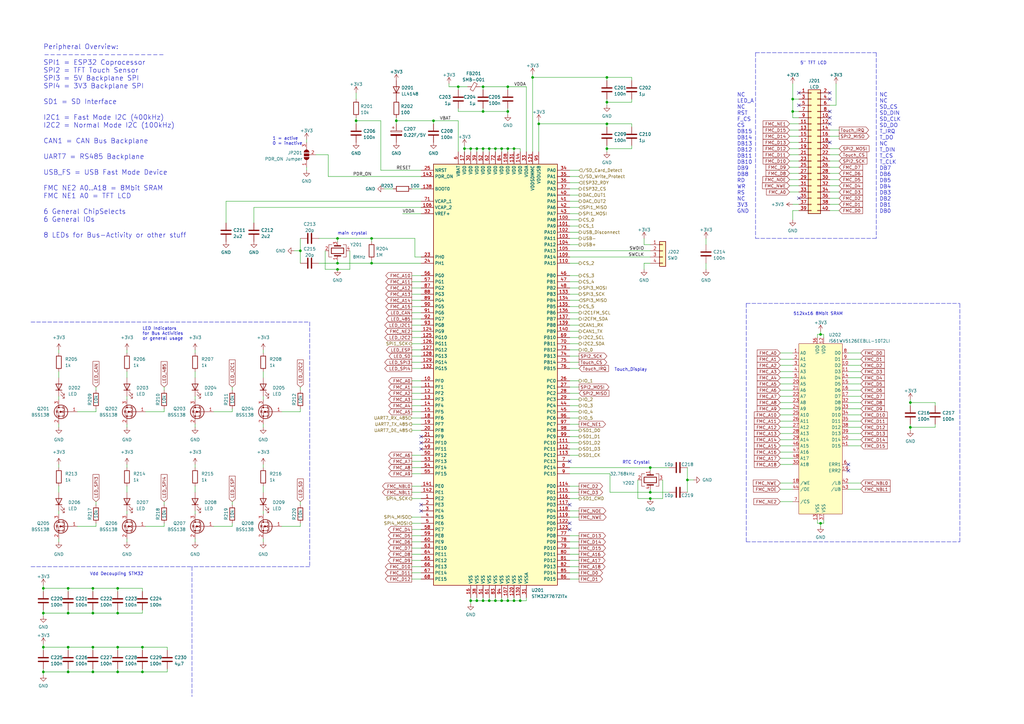
<source format=kicad_sch>
(kicad_sch (version 20211123) (generator eeschema)
  (paper "A3")
  (title_block (title "CPU - LCD - RAM") (date "2022-11-19") (rev "V3 R1.0") (company "Synthron"))
  (junction (at 187.96 35.56))
  (junction (at 190.5 60.96))
  (junction (at 138.43 97.79))
  (junction (at 373.38 175.26))
  (junction (at 162.56 49.53))
  (junction (at 210.82 246.38))
  (junction (at 193.04 246.38))
  (junction (at 248.92 41.91))
  (junction (at 213.36 246.38))
  (junction (at 152.4 97.79))
  (junction (at 193.04 60.96))
  (junction (at 27.94 251.46))
  (junction (at 203.2 246.38))
  (junction (at 205.74 60.96))
  (junction (at 198.12 60.96))
  (junction (at 325.12 45.72))
  (junction (at 325.12 40.64))
  (junction (at 138.43 107.95))
  (junction (at 17.78 265.43))
  (junction (at 248.92 60.96))
  (junction (at 266.7 204.47))
  (junction (at 138.43 110.49))
  (junction (at 27.94 275.59))
  (junction (at 17.78 275.59))
  (junction (at 58.42 275.59))
  (junction (at 200.66 60.96))
  (junction (at 146.05 49.53))
  (junction (at 281.94 196.85))
  (junction (at 198.12 246.38))
  (junction (at 198.12 45.72))
  (junction (at 373.38 165.1))
  (junction (at 123.19 102.87))
  (junction (at 198.12 35.56))
  (junction (at 17.78 251.46))
  (junction (at 58.42 265.43))
  (junction (at 38.1 251.46))
  (junction (at 27.94 265.43))
  (junction (at 38.1 275.59))
  (junction (at 218.44 31.75))
  (junction (at 17.78 241.3))
  (junction (at 220.98 50.8))
  (junction (at 200.66 246.38))
  (junction (at 48.26 241.3))
  (junction (at 248.92 31.75))
  (junction (at 203.2 60.96))
  (junction (at 48.26 275.59))
  (junction (at 195.58 60.96))
  (junction (at 248.92 50.8))
  (junction (at 208.28 246.38))
  (junction (at 208.28 35.56))
  (junction (at 48.26 265.43))
  (junction (at 336.55 137.16))
  (junction (at 177.8 49.53))
  (junction (at 38.1 241.3))
  (junction (at 27.94 241.3))
  (junction (at 48.26 251.46))
  (junction (at 336.55 214.63))
  (junction (at 266.7 201.93))
  (junction (at 208.28 45.72))
  (junction (at 208.28 60.96))
  (junction (at 266.7 191.77))
  (junction (at 195.58 246.38))
  (junction (at 205.74 246.38))
  (junction (at 210.82 60.96))
  (junction (at 152.4 107.95))
  (junction (at 38.1 265.43))
  (no_connect (at 172.72 184.15))
  (no_connect (at 172.72 181.61))
  (no_connect (at 172.72 179.07))
  (no_connect (at 233.68 189.23))
  (no_connect (at 233.68 214.63))
  (no_connect (at 233.68 217.17))
  (no_connect (at 172.72 209.55))
  (no_connect (at 233.68 207.01))
  (no_connect (at 347.98 193.04))
  (no_connect (at 347.98 190.5))
  (no_connect (at 327.66 43.18))
  (no_connect (at 327.66 38.1))
  (no_connect (at 340.36 38.1))
  (no_connect (at 340.36 40.64))
  (no_connect (at 340.36 45.72))
  (no_connect (at 340.36 48.26))
  (no_connect (at 340.36 50.8))
  (no_connect (at 340.36 58.42))
  (no_connect (at 327.66 81.28))
  (no_connect (at 172.72 207.01))
  (wire (pts (xy 31.75 215.9) (xy 39.37 215.9)))
  (wire (pts (xy 320.04 182.88) (xy 325.12 182.88)))
  (wire (pts (xy 320.04 144.78) (xy 325.12 144.78)))
  (wire (pts (xy 95.25 207.01) (xy 95.25 205.74)))
  (wire (pts (xy 347.98 165.1) (xy 353.06 165.1)))
  (polyline (pts (xy 359.41 97.79) (xy 309.88 97.79)))
  (wire (pts (xy 233.68 199.39) (xy 237.49 199.39)))
  (wire (pts (xy 210.82 60.96) (xy 210.82 62.23)))
  (wire (pts (xy 248.92 31.75) (xy 248.92 33.02)))
  (wire (pts (xy 39.37 160.02) (xy 39.37 158.75)))
  (wire (pts (xy 24.13 173.99) (xy 24.13 175.26)))
  (wire (pts (xy 152.4 97.79) (xy 152.4 99.06)))
  (wire (pts (xy 383.54 175.26) (xy 383.54 173.99)))
  (wire (pts (xy 233.68 222.25) (xy 237.49 222.25)))
  (wire (pts (xy 248.92 60.96) (xy 248.92 62.23)))
  (wire (pts (xy 336.55 137.16) (xy 337.82 137.16)))
  (wire (pts (xy 233.68 85.09) (xy 237.49 85.09)))
  (wire (pts (xy 342.9 34.29) (xy 342.9 43.18)))
  (wire (pts (xy 289.56 97.79) (xy 289.56 100.33)))
  (wire (pts (xy 233.68 232.41) (xy 237.49 232.41)))
  (wire (pts (xy 347.98 180.34) (xy 353.06 180.34)))
  (wire (pts (xy 134.62 72.39) (xy 134.62 63.5)))
  (wire (pts (xy 233.68 146.05) (xy 237.49 146.05)))
  (wire (pts (xy 233.68 130.81) (xy 237.49 130.81)))
  (wire (pts (xy 347.98 172.72) (xy 353.06 172.72)))
  (wire (pts (xy 39.37 215.9) (xy 39.37 214.63)))
  (wire (pts (xy 320.04 165.1) (xy 325.12 165.1)))
  (polyline (pts (xy 359.41 21.59) (xy 359.41 97.79)))
  (wire (pts (xy 203.2 60.96) (xy 205.74 60.96)))
  (wire (pts (xy 133.35 110.49) (xy 138.43 110.49)))
  (wire (pts (xy 373.38 173.99) (xy 373.38 175.26)))
  (wire (pts (xy 218.44 31.75) (xy 218.44 62.23)))
  (wire (pts (xy 27.94 241.3) (xy 27.94 242.57)))
  (wire (pts (xy 233.68 173.99) (xy 237.49 173.99)))
  (wire (pts (xy 325.12 45.72) (xy 325.12 40.64)))
  (wire (pts (xy 233.68 176.53) (xy 237.49 176.53)))
  (wire (pts (xy 233.68 204.47) (xy 237.49 204.47)))
  (wire (pts (xy 233.68 97.79) (xy 237.49 97.79)))
  (wire (pts (xy 261.62 204.47) (xy 266.7 204.47)))
  (wire (pts (xy 198.12 60.96) (xy 198.12 62.23)))
  (wire (pts (xy 38.1 274.32) (xy 38.1 275.59)))
  (polyline (pts (xy 306.07 222.25) (xy 393.7 222.25)))
  (wire (pts (xy 248.92 60.96) (xy 248.92 59.69)))
  (wire (pts (xy 168.91 163.83) (xy 172.72 163.83)))
  (wire (pts (xy 233.68 95.25) (xy 237.49 95.25)))
  (wire (pts (xy 208.28 35.56) (xy 208.28 36.83)))
  (wire (pts (xy 325.12 45.72) (xy 327.66 45.72)))
  (wire (pts (xy 168.91 234.95) (xy 172.72 234.95)))
  (wire (pts (xy 248.92 50.8) (xy 248.92 52.07)))
  (wire (pts (xy 347.98 162.56) (xy 353.06 162.56)))
  (wire (pts (xy 320.04 172.72) (xy 325.12 172.72)))
  (wire (pts (xy 107.95 173.99) (xy 107.95 175.26)))
  (wire (pts (xy 323.85 53.34) (xy 327.66 53.34)))
  (wire (pts (xy 233.68 135.89) (xy 237.49 135.89)))
  (wire (pts (xy 168.91 168.91) (xy 172.72 168.91)))
  (wire (pts (xy 27.94 250.19) (xy 27.94 251.46)))
  (wire (pts (xy 233.68 156.21) (xy 237.49 156.21)))
  (wire (pts (xy 342.9 43.18) (xy 340.36 43.18)))
  (wire (pts (xy 80.01 199.39) (xy 80.01 201.93)))
  (wire (pts (xy 347.98 144.78) (xy 353.06 144.78)))
  (wire (pts (xy 198.12 245.11) (xy 198.12 246.38)))
  (wire (pts (xy 27.94 251.46) (xy 38.1 251.46)))
  (wire (pts (xy 80.01 162.56) (xy 80.01 163.83)))
  (wire (pts (xy 168.91 161.29) (xy 172.72 161.29)))
  (wire (pts (xy 17.78 241.3) (xy 17.78 242.57)))
  (wire (pts (xy 215.9 35.56) (xy 215.9 62.23)))
  (wire (pts (xy 340.36 55.88) (xy 344.17 55.88)))
  (wire (pts (xy 107.95 162.56) (xy 107.95 163.83)))
  (wire (pts (xy 17.78 251.46) (xy 27.94 251.46)))
  (wire (pts (xy 335.28 213.36) (xy 335.28 214.63)))
  (wire (pts (xy 284.48 196.85) (xy 281.94 196.85)))
  (wire (pts (xy 157.48 77.47) (xy 161.29 77.47)))
  (wire (pts (xy 123.19 160.02) (xy 123.19 158.75)))
  (wire (pts (xy 281.94 196.85) (xy 281.94 201.93)))
  (wire (pts (xy 17.78 275.59) (xy 17.78 276.86)))
  (wire (pts (xy 24.13 152.4) (xy 24.13 154.94)))
  (wire (pts (xy 168.91 219.71) (xy 172.72 219.71)))
  (wire (pts (xy 168.91 133.35) (xy 172.72 133.35)))
  (wire (pts (xy 261.62 196.85) (xy 261.62 204.47)))
  (wire (pts (xy 143.51 102.87) (xy 143.51 110.49)))
  (wire (pts (xy 233.68 128.27) (xy 237.49 128.27)))
  (wire (pts (xy 165.1 87.63) (xy 172.72 87.63)))
  (wire (pts (xy 264.16 100.33) (xy 266.7 100.33)))
  (wire (pts (xy 320.04 152.4) (xy 325.12 152.4)))
  (wire (pts (xy 92.71 82.55) (xy 172.72 82.55)))
  (wire (pts (xy 80.01 209.55) (xy 80.01 210.82)))
  (wire (pts (xy 266.7 200.66) (xy 266.7 201.93)))
  (wire (pts (xy 320.04 187.96) (xy 325.12 187.96)))
  (wire (pts (xy 233.68 194.31) (xy 250.19 194.31)))
  (wire (pts (xy 320.04 154.94) (xy 325.12 154.94)))
  (polyline (pts (xy 12.7 232.41) (xy 78.74 232.41)))
  (wire (pts (xy 168.91 143.51) (xy 172.72 143.51)))
  (wire (pts (xy 17.78 274.32) (xy 17.78 275.59)))
  (wire (pts (xy 233.68 201.93) (xy 237.49 201.93)))
  (wire (pts (xy 233.68 102.87) (xy 266.7 102.87)))
  (wire (pts (xy 320.04 190.5) (xy 325.12 190.5)))
  (wire (pts (xy 27.94 274.32) (xy 27.94 275.59)))
  (wire (pts (xy 58.42 275.59) (xy 58.42 274.32)))
  (wire (pts (xy 200.66 245.11) (xy 200.66 246.38)))
  (wire (pts (xy 17.78 240.03) (xy 17.78 241.3)))
  (wire (pts (xy 196.85 35.56) (xy 198.12 35.56)))
  (wire (pts (xy 168.91 176.53) (xy 172.72 176.53)))
  (wire (pts (xy 48.26 250.19) (xy 48.26 251.46)))
  (wire (pts (xy 233.68 224.79) (xy 237.49 224.79)))
  (wire (pts (xy 347.98 200.66) (xy 353.06 200.66)))
  (polyline (pts (xy 309.88 21.59) (xy 359.41 21.59)))
  (wire (pts (xy 340.36 60.96) (xy 344.17 60.96)))
  (wire (pts (xy 39.37 168.91) (xy 39.37 167.64)))
  (wire (pts (xy 347.98 167.64) (xy 353.06 167.64)))
  (wire (pts (xy 168.91 214.63) (xy 172.72 214.63)))
  (wire (pts (xy 52.07 173.99) (xy 52.07 175.26)))
  (wire (pts (xy 190.5 60.96) (xy 193.04 60.96)))
  (wire (pts (xy 248.92 50.8) (xy 220.98 50.8)))
  (wire (pts (xy 233.68 115.57) (xy 237.49 115.57)))
  (wire (pts (xy 168.91 140.97) (xy 172.72 140.97)))
  (wire (pts (xy 320.04 198.12) (xy 325.12 198.12)))
  (wire (pts (xy 152.4 107.95) (xy 172.72 107.95)))
  (wire (pts (xy 259.08 40.64) (xy 259.08 41.91)))
  (wire (pts (xy 67.31 215.9) (xy 67.31 214.63)))
  (wire (pts (xy 205.74 60.96) (xy 205.74 62.23)))
  (wire (pts (xy 233.68 69.85) (xy 237.49 69.85)))
  (wire (pts (xy 259.08 41.91) (xy 248.92 41.91)))
  (wire (pts (xy 208.28 245.11) (xy 208.28 246.38)))
  (wire (pts (xy 213.36 245.11) (xy 213.36 246.38)))
  (wire (pts (xy 233.68 72.39) (xy 237.49 72.39)))
  (wire (pts (xy 203.2 246.38) (xy 205.74 246.38)))
  (wire (pts (xy 48.26 275.59) (xy 58.42 275.59)))
  (wire (pts (xy 383.54 165.1) (xy 383.54 166.37)))
  (wire (pts (xy 325.12 48.26) (xy 325.12 45.72)))
  (wire (pts (xy 107.95 220.98) (xy 107.95 222.25)))
  (wire (pts (xy 248.92 41.91) (xy 248.92 43.18)))
  (polyline (pts (xy 306.07 124.46) (xy 306.07 222.25)))
  (wire (pts (xy 320.04 147.32) (xy 325.12 147.32)))
  (wire (pts (xy 210.82 246.38) (xy 213.36 246.38)))
  (wire (pts (xy 325.12 86.36) (xy 327.66 86.36)))
  (wire (pts (xy 233.68 100.33) (xy 237.49 100.33)))
  (wire (pts (xy 177.8 49.53) (xy 177.8 50.8)))
  (wire (pts (xy 134.62 63.5) (xy 129.54 63.5)))
  (wire (pts (xy 373.38 165.1) (xy 383.54 165.1)))
  (wire (pts (xy 347.98 182.88) (xy 353.06 182.88)))
  (wire (pts (xy 146.05 49.53) (xy 146.05 50.8)))
  (wire (pts (xy 115.57 215.9) (xy 123.19 215.9)))
  (wire (pts (xy 168.91 173.99) (xy 172.72 173.99)))
  (wire (pts (xy 168.91 199.39) (xy 172.72 199.39)))
  (wire (pts (xy 233.68 143.51) (xy 237.49 143.51)))
  (wire (pts (xy 335.28 137.16) (xy 336.55 137.16)))
  (wire (pts (xy 195.58 60.96) (xy 198.12 60.96)))
  (wire (pts (xy 233.68 90.17) (xy 237.49 90.17)))
  (wire (pts (xy 203.2 60.96) (xy 203.2 62.23)))
  (wire (pts (xy 172.72 72.39) (xy 134.62 72.39)))
  (wire (pts (xy 233.68 87.63) (xy 237.49 87.63)))
  (wire (pts (xy 48.26 265.43) (xy 58.42 265.43)))
  (wire (pts (xy 27.94 241.3) (xy 38.1 241.3)))
  (wire (pts (xy 17.78 275.59) (xy 27.94 275.59)))
  (wire (pts (xy 168.91 201.93) (xy 172.72 201.93)))
  (wire (pts (xy 168.91 166.37) (xy 172.72 166.37)))
  (wire (pts (xy 184.15 35.56) (xy 187.96 35.56)))
  (wire (pts (xy 259.08 50.8) (xy 248.92 50.8)))
  (wire (pts (xy 187.96 45.72) (xy 198.12 45.72)))
  (wire (pts (xy 59.69 168.91) (xy 67.31 168.91)))
  (wire (pts (xy 168.91 156.21) (xy 172.72 156.21)))
  (wire (pts (xy 198.12 44.45) (xy 198.12 45.72)))
  (wire (pts (xy 187.96 35.56) (xy 187.96 36.83)))
  (wire (pts (xy 52.07 190.5) (xy 52.07 191.77)))
  (wire (pts (xy 323.85 50.8) (xy 327.66 50.8)))
  (wire (pts (xy 143.51 110.49) (xy 138.43 110.49)))
  (wire (pts (xy 233.68 212.09) (xy 237.49 212.09)))
  (wire (pts (xy 320.04 180.34) (xy 325.12 180.34)))
  (wire (pts (xy 210.82 60.96) (xy 213.36 60.96)))
  (wire (pts (xy 48.26 265.43) (xy 48.26 266.7)))
  (wire (pts (xy 168.91 224.79) (xy 172.72 224.79)))
  (wire (pts (xy 68.58 265.43) (xy 58.42 265.43)))
  (polyline (pts (xy 12.7 132.08) (xy 127 132.08)))
  (wire (pts (xy 123.19 102.87) (xy 123.19 107.95)))
  (wire (pts (xy 168.91 232.41) (xy 172.72 232.41)))
  (wire (pts (xy 340.36 68.58) (xy 344.17 68.58)))
  (wire (pts (xy 271.78 204.47) (xy 266.7 204.47)))
  (wire (pts (xy 168.91 222.25) (xy 172.72 222.25)))
  (wire (pts (xy 200.66 60.96) (xy 203.2 60.96)))
  (wire (pts (xy 198.12 60.96) (xy 200.66 60.96)))
  (wire (pts (xy 92.71 82.55) (xy 92.71 91.44)))
  (wire (pts (xy 68.58 274.32) (xy 68.58 275.59)))
  (wire (pts (xy 205.74 60.96) (xy 208.28 60.96)))
  (wire (pts (xy 233.68 80.01) (xy 237.49 80.01)))
  (wire (pts (xy 233.68 138.43) (xy 237.49 138.43)))
  (wire (pts (xy 38.1 251.46) (xy 48.26 251.46)))
  (wire (pts (xy 184.15 34.29) (xy 184.15 35.56)))
  (wire (pts (xy 107.95 199.39) (xy 107.95 201.93)))
  (wire (pts (xy 233.68 140.97) (xy 237.49 140.97)))
  (wire (pts (xy 95.25 168.91) (xy 95.25 167.64)))
  (wire (pts (xy 250.19 194.31) (xy 250.19 201.93)))
  (wire (pts (xy 52.07 143.51) (xy 52.07 144.78)))
  (wire (pts (xy 233.68 184.15) (xy 237.49 184.15)))
  (wire (pts (xy 208.28 246.38) (xy 210.82 246.38)))
  (wire (pts (xy 320.04 170.18) (xy 325.12 170.18)))
  (wire (pts (xy 162.56 49.53) (xy 162.56 50.8)))
  (wire (pts (xy 187.96 62.23) (xy 187.96 49.53)))
  (wire (pts (xy 58.42 241.3) (xy 58.42 242.57)))
  (wire (pts (xy 168.91 191.77) (xy 172.72 191.77)))
  (wire (pts (xy 320.04 200.66) (xy 325.12 200.66)))
  (wire (pts (xy 323.85 66.04) (xy 327.66 66.04)))
  (wire (pts (xy 347.98 147.32) (xy 353.06 147.32)))
  (wire (pts (xy 17.78 250.19) (xy 17.78 251.46)))
  (wire (pts (xy 80.01 190.5) (xy 80.01 191.77)))
  (wire (pts (xy 172.72 105.41) (xy 170.18 105.41)))
  (wire (pts (xy 373.38 175.26) (xy 383.54 175.26)))
  (wire (pts (xy 80.01 143.51) (xy 80.01 144.78)))
  (wire (pts (xy 289.56 107.95) (xy 289.56 110.49)))
  (wire (pts (xy 198.12 36.83) (xy 198.12 35.56)))
  (wire (pts (xy 187.96 44.45) (xy 187.96 45.72)))
  (wire (pts (xy 248.92 41.91) (xy 248.92 40.64)))
  (wire (pts (xy 87.63 168.91) (xy 95.25 168.91)))
  (wire (pts (xy 198.12 35.56) (xy 208.28 35.56)))
  (wire (pts (xy 168.91 204.47) (xy 172.72 204.47)))
  (wire (pts (xy 170.18 97.79) (xy 152.4 97.79)))
  (wire (pts (xy 233.68 171.45) (xy 237.49 171.45)))
  (wire (pts (xy 340.36 76.2) (xy 344.17 76.2)))
  (wire (pts (xy 274.32 201.93) (xy 266.7 201.93)))
  (wire (pts (xy 336.55 135.89) (xy 336.55 137.16)))
  (wire (pts (xy 80.01 152.4) (xy 80.01 154.94)))
  (wire (pts (xy 233.68 148.59) (xy 237.49 148.59)))
  (wire (pts (xy 170.18 105.41) (xy 170.18 97.79)))
  (wire (pts (xy 218.44 30.48) (xy 218.44 31.75)))
  (wire (pts (xy 347.98 157.48) (xy 353.06 157.48)))
  (wire (pts (xy 208.28 60.96) (xy 208.28 62.23)))
  (wire (pts (xy 125.73 68.58) (xy 125.73 69.85)))
  (wire (pts (xy 198.12 45.72) (xy 208.28 45.72)))
  (wire (pts (xy 162.56 48.26) (xy 162.56 49.53)))
  (wire (pts (xy 323.85 63.5) (xy 327.66 63.5)))
  (wire (pts (xy 39.37 207.01) (xy 39.37 205.74)))
  (wire (pts (xy 336.55 214.63) (xy 336.55 215.9)))
  (wire (pts (xy 233.68 120.65) (xy 237.49 120.65)))
  (wire (pts (xy 323.85 55.88) (xy 327.66 55.88)))
  (wire (pts (xy 193.04 246.38) (xy 195.58 246.38)))
  (wire (pts (xy 138.43 97.79) (xy 130.81 97.79)))
  (wire (pts (xy 123.19 215.9) (xy 123.19 214.63)))
  (wire (pts (xy 323.85 68.58) (xy 327.66 68.58)))
  (wire (pts (xy 123.19 168.91) (xy 123.19 167.64)))
  (wire (pts (xy 168.91 189.23) (xy 172.72 189.23)))
  (wire (pts (xy 323.85 73.66) (xy 327.66 73.66)))
  (wire (pts (xy 168.91 229.87) (xy 172.72 229.87)))
  (wire (pts (xy 325.12 40.64) (xy 327.66 40.64)))
  (wire (pts (xy 195.58 60.96) (xy 195.58 62.23)))
  (wire (pts (xy 48.26 251.46) (xy 58.42 251.46)))
  (wire (pts (xy 233.68 234.95) (xy 237.49 234.95)))
  (wire (pts (xy 168.91 237.49) (xy 172.72 237.49)))
  (wire (pts (xy 233.68 92.71) (xy 237.49 92.71)))
  (wire (pts (xy 168.91 158.75) (xy 172.72 158.75)))
  (wire (pts (xy 271.78 196.85) (xy 271.78 204.47)))
  (wire (pts (xy 210.82 245.11) (xy 210.82 246.38)))
  (wire (pts (xy 123.19 207.01) (xy 123.19 205.74)))
  (wire (pts (xy 320.04 177.8) (xy 325.12 177.8)))
  (wire (pts (xy 259.08 60.96) (xy 248.92 60.96)))
  (wire (pts (xy 347.98 175.26) (xy 353.06 175.26)))
  (wire (pts (xy 80.01 220.98) (xy 80.01 222.25)))
  (polyline (pts (xy 127 132.08) (xy 127 232.41)))
  (wire (pts (xy 168.91 186.69) (xy 172.72 186.69)))
  (wire (pts (xy 67.31 168.91) (xy 67.31 167.64)))
  (wire (pts (xy 233.68 125.73) (xy 237.49 125.73)))
  (wire (pts (xy 340.36 78.74) (xy 344.17 78.74)))
  (wire (pts (xy 24.13 162.56) (xy 24.13 163.83)))
  (wire (pts (xy 193.04 60.96) (xy 195.58 60.96)))
  (wire (pts (xy 323.85 60.96) (xy 327.66 60.96)))
  (wire (pts (xy 193.04 60.96) (xy 193.04 62.23)))
  (wire (pts (xy 168.91 113.03) (xy 172.72 113.03)))
  (wire (pts (xy 233.68 77.47) (xy 237.49 77.47)))
  (wire (pts (xy 107.95 152.4) (xy 107.95 154.94)))
  (wire (pts (xy 233.68 237.49) (xy 237.49 237.49)))
  (wire (pts (xy 138.43 106.68) (xy 138.43 107.95)))
  (wire (pts (xy 233.68 113.03) (xy 237.49 113.03)))
  (wire (pts (xy 208.28 35.56) (xy 215.9 35.56)))
  (wire (pts (xy 323.85 71.12) (xy 327.66 71.12)))
  (wire (pts (xy 373.38 165.1) (xy 373.38 166.37)))
  (wire (pts (xy 233.68 107.95) (xy 237.49 107.95)))
  (wire (pts (xy 104.14 85.09) (xy 104.14 91.44)))
  (wire (pts (xy 320.04 167.64) (xy 325.12 167.64)))
  (wire (pts (xy 24.13 190.5) (xy 24.13 191.77)))
  (wire (pts (xy 320.04 149.86) (xy 325.12 149.86)))
  (wire (pts (xy 233.68 151.13) (xy 237.49 151.13)))
  (wire (pts (xy 152.4 97.79) (xy 138.43 97.79)))
  (wire (pts (xy 24.13 199.39) (xy 24.13 201.93)))
  (wire (pts (xy 320.04 160.02) (xy 325.12 160.02)))
  (wire (pts (xy 340.36 81.28) (xy 344.17 81.28)))
  (wire (pts (xy 104.14 85.09) (xy 172.72 85.09)))
  (wire (pts (xy 220.98 49.53) (xy 220.98 50.8)))
  (wire (pts (xy 48.26 241.3) (xy 58.42 241.3)))
  (wire (pts (xy 52.07 162.56) (xy 52.07 163.83)))
  (wire (pts (xy 123.19 97.79) (xy 123.19 102.87)))
  (wire (pts (xy 68.58 275.59) (xy 58.42 275.59)))
  (wire (pts (xy 373.38 175.26) (xy 373.38 176.53)))
  (wire (pts (xy 38.1 250.19) (xy 38.1 251.46)))
  (wire (pts (xy 17.78 265.43) (xy 17.78 266.7)))
  (wire (pts (xy 138.43 107.95) (xy 152.4 107.95)))
  (wire (pts (xy 130.81 107.95) (xy 138.43 107.95)))
  (wire (pts (xy 233.68 168.91) (xy 237.49 168.91)))
  (wire (pts (xy 193.04 246.38) (xy 193.04 247.65)))
  (wire (pts (xy 67.31 207.01) (xy 67.31 205.74)))
  (wire (pts (xy 347.98 152.4) (xy 353.06 152.4)))
  (wire (pts (xy 187.96 35.56) (xy 191.77 35.56)))
  (wire (pts (xy 95.25 160.02) (xy 95.25 158.75)))
  (wire (pts (xy 347.98 198.12) (xy 353.06 198.12)))
  (wire (pts (xy 233.68 161.29) (xy 237.49 161.29)))
  (wire (pts (xy 190.5 59.69) (xy 190.5 60.96)))
  (wire (pts (xy 152.4 106.68) (xy 152.4 107.95)))
  (wire (pts (xy 133.35 102.87) (xy 133.35 110.49)))
  (wire (pts (xy 337.82 137.16) (xy 337.82 138.43)))
  (polyline (pts (xy 306.07 124.46) (xy 393.7 124.46)))
  (wire (pts (xy 168.91 212.09) (xy 172.72 212.09)))
  (wire (pts (xy 59.69 215.9) (xy 67.31 215.9)))
  (wire (pts (xy 320.04 175.26) (xy 325.12 175.26)))
  (wire (pts (xy 52.07 152.4) (xy 52.07 154.94)))
  (wire (pts (xy 168.91 130.81) (xy 172.72 130.81)))
  (wire (pts (xy 38.1 265.43) (xy 48.26 265.43)))
  (wire (pts (xy 208.28 60.96) (xy 210.82 60.96)))
  (polyline (pts (xy 393.7 222.25) (xy 393.7 124.46)))
  (wire (pts (xy 347.98 160.02) (xy 353.06 160.02)))
  (wire (pts (xy 168.91 128.27) (xy 172.72 128.27)))
  (wire (pts (xy 107.95 143.51) (xy 107.95 144.78)))
  (wire (pts (xy 215.9 246.38) (xy 215.9 245.11)))
  (wire (pts (xy 27.94 265.43) (xy 27.94 266.7)))
  (wire (pts (xy 68.58 266.7) (xy 68.58 265.43)))
  (wire (pts (xy 168.91 77.47) (xy 172.72 77.47)))
  (wire (pts (xy 281.94 191.77) (xy 281.94 196.85)))
  (wire (pts (xy 340.36 86.36) (xy 344.17 86.36)))
  (wire (pts (xy 146.05 49.53) (xy 156.21 49.53)))
  (wire (pts (xy 48.26 274.32) (xy 48.26 275.59)))
  (wire (pts (xy 190.5 60.96) (xy 190.5 62.23)))
  (wire (pts (xy 200.66 246.38) (xy 203.2 246.38)))
  (wire (pts (xy 233.68 219.71) (xy 237.49 219.71)))
  (wire (pts (xy 347.98 149.86) (xy 353.06 149.86)))
  (wire (pts (xy 168.91 146.05) (xy 172.72 146.05)))
  (wire (pts (xy 168.91 171.45) (xy 172.72 171.45)))
  (wire (pts (xy 177.8 49.53) (xy 162.56 49.53)))
  (wire (pts (xy 220.98 50.8) (xy 220.98 62.23)))
  (wire (pts (xy 266.7 191.77) (xy 266.7 193.04)))
  (wire (pts (xy 168.91 123.19) (xy 172.72 123.19)))
  (wire (pts (xy 52.07 199.39) (xy 52.07 201.93)))
  (wire (pts (xy 38.1 275.59) (xy 48.26 275.59)))
  (wire (pts (xy 205.74 245.11) (xy 205.74 246.38)))
  (wire (pts (xy 48.26 241.3) (xy 48.26 242.57)))
  (wire (pts (xy 138.43 97.79) (xy 138.43 99.06)))
  (wire (pts (xy 233.68 123.19) (xy 237.49 123.19)))
  (wire (pts (xy 80.01 173.99) (xy 80.01 175.26)))
  (wire (pts (xy 208.28 45.72) (xy 208.28 46.99)))
  (wire (pts (xy 335.28 214.63) (xy 336.55 214.63)))
  (wire (pts (xy 259.08 59.69) (xy 259.08 60.96)))
  (wire (pts (xy 203.2 245.11) (xy 203.2 246.38)))
  (wire (pts (xy 27.94 265.43) (xy 38.1 265.43)))
  (wire (pts (xy 146.05 38.1) (xy 146.05 40.64)))
  (wire (pts (xy 373.38 163.83) (xy 373.38 165.1)))
  (wire (pts (xy 38.1 241.3) (xy 48.26 241.3)))
  (wire (pts (xy 323.85 58.42) (xy 327.66 58.42)))
  (wire (pts (xy 120.65 102.87) (xy 123.19 102.87)))
  (wire (pts (xy 168.91 148.59) (xy 172.72 148.59)))
  (wire (pts (xy 17.78 251.46) (xy 17.78 252.73)))
  (wire (pts (xy 38.1 241.3) (xy 38.1 242.57)))
  (wire (pts (xy 335.28 138.43) (xy 335.28 137.16)))
  (wire (pts (xy 195.58 246.38) (xy 198.12 246.38)))
  (wire (pts (xy 218.44 31.75) (xy 248.92 31.75)))
  (wire (pts (xy 156.21 49.53) (xy 156.21 69.85)))
  (wire (pts (xy 233.68 82.55) (xy 237.49 82.55)))
  (wire (pts (xy 340.36 66.04) (xy 344.17 66.04)))
  (wire (pts (xy 233.68 158.75) (xy 237.49 158.75)))
  (wire (pts (xy 264.16 110.49) (xy 264.16 107.95)))
  (wire (pts (xy 233.68 105.41) (xy 266.7 105.41)))
  (wire (pts (xy 168.91 217.17) (xy 172.72 217.17)))
  (wire (pts (xy 17.78 264.16) (xy 17.78 265.43)))
  (wire (pts (xy 325.12 90.17) (xy 325.12 86.36)))
  (wire (pts (xy 168.91 118.11) (xy 172.72 118.11)))
  (wire (pts (xy 233.68 209.55) (xy 237.49 209.55)))
  (wire (pts (xy 233.68 133.35) (xy 237.49 133.35)))
  (wire (pts (xy 213.36 60.96) (xy 213.36 62.23)))
  (wire (pts (xy 205.74 246.38) (xy 208.28 246.38)))
  (wire (pts (xy 323.85 78.74) (xy 327.66 78.74)))
  (wire (pts (xy 95.25 215.9) (xy 95.25 214.63)))
  (wire (pts (xy 24.13 220.98) (xy 24.13 222.25)))
  (wire (pts (xy 320.04 157.48) (xy 325.12 157.48)))
  (wire (pts (xy 198.12 246.38) (xy 200.66 246.38)))
  (wire (pts (xy 327.66 83.82) (xy 325.12 83.82)))
  (wire (pts (xy 168.91 125.73) (xy 172.72 125.73)))
  (wire (pts (xy 17.78 265.43) (xy 27.94 265.43)))
  (wire (pts (xy 52.07 209.55) (xy 52.07 210.82)))
  (wire (pts (xy 168.91 138.43) (xy 172.72 138.43)))
  (wire (pts (xy 233.68 163.83) (xy 237.49 163.83)))
  (wire (pts (xy 259.08 31.75) (xy 248.92 31.75)))
  (polyline (pts (xy 309.88 21.59) (xy 309.88 97.79)))
  (wire (pts (xy 168.91 135.89) (xy 172.72 135.89)))
  (wire (pts (xy 264.16 107.95) (xy 266.7 107.95)))
  (wire (pts (xy 208.28 45.72) (xy 208.28 44.45)))
  (wire (pts (xy 87.63 215.9) (xy 95.25 215.9)))
  (wire (pts (xy 320.04 205.74) (xy 325.12 205.74)))
  (wire (pts (xy 323.85 76.2) (xy 327.66 76.2)))
  (polyline (pts (xy 127 232.41) (xy 78.74 232.41)))
  (wire (pts (xy 259.08 52.07) (xy 259.08 50.8)))
  (wire (pts (xy 17.78 241.3) (xy 27.94 241.3)))
  (wire (pts (xy 213.36 246.38) (xy 215.9 246.38)))
  (wire (pts (xy 156.21 69.85) (xy 172.72 69.85)))
  (wire (pts (xy 233.68 181.61) (xy 237.49 181.61)))
  (wire (pts (xy 107.95 190.5) (xy 107.95 191.77)))
  (wire (pts (xy 168.91 115.57) (xy 172.72 115.57)))
  (wire (pts (xy 340.36 71.12) (xy 344.17 71.12)))
  (wire (pts (xy 115.57 168.91) (xy 123.19 168.91)))
  (wire (pts (xy 325.12 34.29) (xy 325.12 40.64)))
  (wire (pts (xy 250.19 201.93) (xy 266.7 201.93)))
  (wire (pts (xy 233.68 229.87) (xy 237.49 229.87)))
  (wire (pts (xy 347.98 170.18) (xy 353.06 170.18)))
  (wire (pts (xy 259.08 33.02) (xy 259.08 31.75)))
  (wire (pts (xy 168.91 227.33) (xy 172.72 227.33)))
  (wire (pts (xy 168.91 120.65) (xy 172.72 120.65)))
  (wire (pts (xy 233.68 179.07) (xy 237.49 179.07)))
  (wire (pts (xy 187.96 49.53) (xy 177.8 49.53)))
  (wire (pts (xy 340.36 63.5) (xy 344.17 63.5)))
  (wire (pts (xy 233.68 118.11) (xy 237.49 118.11)))
  (wire (pts (xy 325.12 48.26) (xy 327.66 48.26)))
  (wire (pts (xy 168.91 194.31) (xy 172.72 194.31)))
  (wire (pts (xy 146.05 48.26) (xy 146.05 49.53)))
  (wire (pts (xy 347.98 154.94) (xy 353.06 154.94)))
  (wire (pts (xy 31.75 168.91) (xy 39.37 168.91)))
  (wire (pts (xy 200.66 60.96) (xy 200.66 62.23)))
  (wire (pts (xy 125.73 57.15) (xy 125.73 58.42)))
  (wire (pts (xy 320.04 185.42) (xy 325.12 185.42)))
  (wire (pts (xy 233.68 186.69) (xy 237.49 186.69)))
  (wire (pts (xy 340.36 73.66) (xy 344.17 73.66)))
  (wire (pts (xy 264.16 97.79) (xy 264.16 100.33)))
  (wire (pts (xy 233.68 191.77) (xy 266.7 191.77)))
  (wire (pts (xy 337.82 214.63) (xy 337.82 213.36)))
  (wire (pts (xy 336.55 214.63) (xy 337.82 214.63)))
  (wire (pts (xy 195.58 245.11) (xy 195.58 246.38)))
  (wire (pts (xy 233.68 227.33) (xy 237.49 227.33)))
  (wire (pts (xy 27.94 275.59) (xy 38.1 275.59)))
  (polyline (pts (xy 78.74 232.41) (xy 78.74 285.75)))
  (wire (pts (xy 52.07 220.98) (xy 52.07 222.25)))
  (wire (pts (xy 233.68 166.37) (xy 237.49 166.37)))
  (wire (pts (xy 168.91 151.13) (xy 172.72 151.13)))
  (wire (pts (xy 67.31 160.02) (xy 67.31 158.75)))
  (wire (pts (xy 347.98 177.8) (xy 353.06 177.8)))
  (wire (pts (xy 58.42 251.46) (xy 58.42 250.19)))
  (wire (pts (xy 107.95 209.55) (xy 107.95 210.82)))
  (wire (pts (xy 320.04 162.56) (xy 325.12 162.56)))
  (wire (pts (xy 58.42 265.43) (xy 58.42 266.7)))
  (wire (pts (xy 24.13 143.51) (xy 24.13 144.78)))
  (wire (pts (xy 38.1 265.43) (xy 38.1 266.7)))
  (wire (pts (xy 193.04 245.11) (xy 193.04 246.38)))
  (wire (pts (xy 233.68 74.93) (xy 237.49 74.93)))
  (wire (pts (xy 340.36 53.34) (xy 344.17 53.34)))
  (wire (pts (xy 24.13 209.55) (xy 24.13 210.82)))
  (wire (pts (xy 266.7 191.77) (xy 274.32 191.77)))
  (wire (pts (xy 340.36 83.82) (xy 344.17 83.82)))
  (text "NC\nNC\nSD_CS\nSD_DIN\nSD_CLK\nSD_DO\nT_IRQ\nT_DO\nNC\nT_DIN\nT_CS\nT_CLK\nDB7\nDB6\nDB5\nDB4\nDB3\nDB2\nDB1\nDB0" (at 360.68 87.63 0) (effects (font (size 1.56 1.56)) (justify left bottom)))
  (text "Touch_Display" (at 265.43 152.4 180) (effects (font (size 1.27 1.27)) (justify right bottom)))
  (text "Vdd Decoupling STM32" (at 36.83 236.22 0) (effects (font (size 1.27 1.27)) (justify left bottom)))
  (text "5\" TFT LCD" (at 339.09 26.67 180) (effects (font (size 1.27 1.27)) (justify right bottom)))
  (text "Peripheral Overview:\n--------------------\nSPI1 = ESP32 Coprocessor\nSPI2 = TFT Touch Sensor\nSPI3 = 5V Backplane SPI\nSPI4 = 3V3 Backplane SPI\n\nSD1 = SD Interface\n\nI2C1 = Fast Mode I2C (400kHz)\nI2C2 = Normal Mode I2C (100kHz)\n\nCAN1 = CAN Bus Backplane\n\nUART7 = RS485 Backplane\n\nUSB_FS = USB Fast Mode Device\n\nFMC NE2 A0..A18 = 8Mbit SRAM\nFMC NE1 A0 = TFT LCD\n\n6 General ChipSelects\n6 General IOs\n\n8 LEDs for Bus-Activity or other stuff" (at 17.78 97.79 0) (effects (font (size 2 2)) (justify left bottom)))
  (text "512kx16 8Mbit SRAM " (at 346.71 129.54 180) (effects (font (size 1.27 1.27)) (justify right bottom)))
  (text "RTC Crystal" (at 255.27 190.5 0) (effects (font (size 1.27 1.27)) (justify left bottom)))
  (text "main crystal" (at 138.43 96.52 0) (effects (font (size 1.27 1.27)) (justify left bottom)))
  (text "NC\nLED_A\nNC\nRST\nF_CS\nCS\nDB15\nDB14\nDB13\nDB12\nDB11\nDB10\nDB9\nDB8\nRD\nWR\nRS\nNC\n3V3\nGND" (at 302.26 87.63 0) (effects (font (size 1.56 1.56)) (justify left bottom)))
  (text "1 = active\n0 = inactive" (at 111.76 59.69 0) (effects (font (size 1.27 1.27)) (justify left bottom)))
  (text "LED Indicators\nfor Bus Activities\nor general usage" (at 58.42 139.7 0) (effects (font (size 1.27 1.27)) (justify left bottom)))
  (label "RESET" (at 162.56 69.85 0))
  (label "PDR_ON" (at 144.78 72.39 0))
  (label "VDDA" (at 165.1 87.63 0))
  (label "SWDIO" (at 264.16 102.87 180))
  (label "VDDA" (at 210.82 35.56 0))
  (label "SWCLK" (at 264.16 105.41 180))
  (label "VBAT" (at 180.34 49.53 0))
  (global_label "Touch_IRQ" (shape output) (at 344.17 53.34 0) (property "Intersheet References" "${INTERSHEET_REFS}" (effects hide)))
  (global_label "Touch_CS" (shape input) (at 344.17 63.5 0) (property "Intersheet References" "${INTERSHEET_REFS}" (effects hide)))
  (global_label "FMC_NWE" (shape input) (at 323.85 76.2 180) (property "Intersheet References" "${INTERSHEET_REFS}" (effects hide)))
  (global_label "FMC_NE2" (shape output) (at 168.91 135.89 180) (property "Intersheet References" "${INTERSHEET_REFS}" (effects hide)))
  (global_label "FMC_D8" (shape input) (at 353.06 165.1 0) (property "Intersheet References" "${INTERSHEET_REFS}" (effects hide)))
  (global_label "LED_I2C1" (shape output) (at 168.91 133.35 180) (property "Intersheet References" "${INTERSHEET_REFS}" (effects hide)))
  (global_label "LED_I2C2" (shape input) (at 123.19 158.75 90) (property "Intersheet References" "${INTERSHEET_REFS}" (effects hide)))
  (global_label "FMC_A0" (shape input) (at 323.85 78.74 180) (property "Intersheet References" "${INTERSHEET_REFS}" (effects hide)))
  (global_label "LED_485" (shape input) (at 67.31 158.75 90) (property "Intersheet References" "${INTERSHEET_REFS}" (effects hide)))
  (global_label "SPI2_MISO" (shape output) (at 344.17 55.88 0) (property "Intersheet References" "${INTERSHEET_REFS}" (effects hide)))
  (global_label "FMC_A3" (shape output) (at 168.91 163.83 180) (property "Intersheet References" "${INTERSHEET_REFS}" (effects hide)))
  (global_label "FMC_A17" (shape output) (at 237.49 229.87 0) (property "Intersheet References" "${INTERSHEET_REFS}" (effects hide)))
  (global_label "FMC_D6" (shape input) (at 344.17 71.12 0) (property "Intersheet References" "${INTERSHEET_REFS}" (effects hide)))
  (global_label "FMC_A14" (shape output) (at 168.91 123.19 180) (property "Intersheet References" "${INTERSHEET_REFS}" (effects hide)))
  (global_label "FMC_D7" (shape output) (at 168.91 224.79 180) (property "Intersheet References" "${INTERSHEET_REFS}" (effects hide)))
  (global_label "FMC_A14" (shape input) (at 320.04 180.34 180) (property "Intersheet References" "${INTERSHEET_REFS}" (effects hide)))
  (global_label "FMC_D13" (shape input) (at 353.06 177.8 0) (property "Intersheet References" "${INTERSHEET_REFS}" (effects hide)))
  (global_label "SPI2_SCK" (shape output) (at 237.49 146.05 0) (property "Intersheet References" "${INTERSHEET_REFS}" (effects hide)))
  (global_label "FMC_A0" (shape output) (at 168.91 156.21 180) (property "Intersheet References" "${INTERSHEET_REFS}" (effects hide)))
  (global_label "FMC_A9" (shape output) (at 168.91 194.31 180) (property "Intersheet References" "${INTERSHEET_REFS}" (effects hide)))
  (global_label "FMC_D11" (shape input) (at 353.06 172.72 0) (property "Intersheet References" "${INTERSHEET_REFS}" (effects hide)))
  (global_label "FMC_A5" (shape input) (at 320.04 157.48 180) (property "Intersheet References" "${INTERSHEET_REFS}" (effects hide)))
  (global_label "FMC_D5" (shape input) (at 353.06 157.48 0) (property "Intersheet References" "${INTERSHEET_REFS}" (effects hide)))
  (global_label "FMC_NOE" (shape input) (at 320.04 200.66 180) (property "Intersheet References" "${INTERSHEET_REFS}" (effects hide)))
  (global_label "FMC_A16" (shape input) (at 320.04 185.42 180) (property "Intersheet References" "${INTERSHEET_REFS}" (effects hide)))
  (global_label "FMC_D1" (shape input) (at 344.17 83.82 0) (property "Intersheet References" "${INTERSHEET_REFS}" (effects hide)))
  (global_label "FMC_NBL1" (shape output) (at 168.91 201.93 180) (property "Intersheet References" "${INTERSHEET_REFS}" (effects hide)))
  (global_label "FMC_NWE" (shape output) (at 237.49 212.09 0) (property "Intersheet References" "${INTERSHEET_REFS}" (effects hide)))
  (global_label "FMC_NE2" (shape input) (at 320.04 205.74 180) (property "Intersheet References" "${INTERSHEET_REFS}" (effects hide)))
  (global_label "FMC_A2" (shape input) (at 320.04 149.86 180) (property "Intersheet References" "${INTERSHEET_REFS}" (effects hide)))
  (global_label "FMC_A11" (shape input) (at 320.04 172.72 180) (property "Intersheet References" "${INTERSHEET_REFS}" (effects hide)))
  (global_label "FMC_D4" (shape input) (at 353.06 154.94 0) (property "Intersheet References" "${INTERSHEET_REFS}" (effects hide)))
  (global_label "FMC_D0" (shape output) (at 237.49 234.95 0) (property "Intersheet References" "${INTERSHEET_REFS}" (effects hide)))
  (global_label "LED_485" (shape output) (at 168.91 130.81 180) (property "Intersheet References" "${INTERSHEET_REFS}" (effects hide)))
  (global_label "FMC_A13" (shape input) (at 320.04 177.8 180) (property "Intersheet References" "${INTERSHEET_REFS}" (effects hide)))
  (global_label "FMC_D14" (shape input) (at 353.06 180.34 0) (property "Intersheet References" "${INTERSHEET_REFS}" (effects hide)))
  (global_label "FMC_A11" (shape output) (at 168.91 115.57 180) (property "Intersheet References" "${INTERSHEET_REFS}" (effects hide)))
  (global_label "LED_I2C2" (shape output) (at 168.91 138.43 180) (property "Intersheet References" "${INTERSHEET_REFS}" (effects hide)))
  (global_label "FMC_D4" (shape input) (at 344.17 76.2 0) (property "Intersheet References" "${INTERSHEET_REFS}" (effects hide)))
  (global_label "FMC_D10" (shape input) (at 353.06 170.18 0) (property "Intersheet References" "${INTERSHEET_REFS}" (effects hide)))
  (global_label "FMC_D15" (shape input) (at 353.06 182.88 0) (property "Intersheet References" "${INTERSHEET_REFS}" (effects hide)))
  (global_label "LED_I2C1" (shape input) (at 95.25 158.75 90) (property "Intersheet References" "${INTERSHEET_REFS}" (effects hide)))
  (global_label "SPI2_SCK" (shape input) (at 344.17 66.04 0) (property "Intersheet References" "${INTERSHEET_REFS}" (effects hide)))
  (global_label "FMC_D14" (shape output) (at 237.49 222.25 0) (property "Intersheet References" "${INTERSHEET_REFS}" (effects hide)))
  (global_label "FMC_D3" (shape output) (at 237.49 201.93 0) (property "Intersheet References" "${INTERSHEET_REFS}" (effects hide)))
  (global_label "FMC_D9" (shape output) (at 168.91 229.87 180) (property "Intersheet References" "${INTERSHEET_REFS}" (effects hide)))
  (global_label "FMC_NOE" (shape input) (at 323.85 73.66 180) (property "Intersheet References" "${INTERSHEET_REFS}" (effects hide)))
  (global_label "FMC_D3" (shape input) (at 344.17 78.74 0) (property "Intersheet References" "${INTERSHEET_REFS}" (effects hide)))
  (global_label "FMC_D2" (shape input) (at 353.06 149.86 0) (property "Intersheet References" "${INTERSHEET_REFS}" (effects hide)))
  (global_label "FMC_NBL0" (shape output) (at 168.91 199.39 180) (property "Intersheet References" "${INTERSHEET_REFS}" (effects hide)))
  (global_label "LED_SPI4" (shape output) (at 168.91 151.13 180) (property "Intersheet References" "${INTERSHEET_REFS}" (effects hide)))
  (global_label "FMC_NBL0" (shape input) (at 353.06 198.12 0) (property "Intersheet References" "${INTERSHEET_REFS}" (effects hide)))
  (global_label "FMC_D10" (shape output) (at 168.91 232.41 180) (property "Intersheet References" "${INTERSHEET_REFS}" (effects hide)))
  (global_label "FMC_A5" (shape output) (at 168.91 168.91 180) (property "Intersheet References" "${INTERSHEET_REFS}" (effects hide)))
  (global_label "FMC_D6" (shape input) (at 353.06 160.02 0) (property "Intersheet References" "${INTERSHEET_REFS}" (effects hide)))
  (global_label "LED_SPI3" (shape output) (at 168.91 148.59 180) (property "Intersheet References" "${INTERSHEET_REFS}" (effects hide)))
  (global_label "FMC_D11" (shape output) (at 168.91 234.95 180) (property "Intersheet References" "${INTERSHEET_REFS}" (effects hide)))
  (global_label "FMC_D12" (shape output) (at 168.91 237.49 180) (property "Intersheet References" "${INTERSHEET_REFS}" (effects hide)))
  (global_label "FMC_A8" (shape input) (at 320.04 165.1 180) (property "Intersheet References" "${INTERSHEET_REFS}" (effects hide)))
  (global_label "FMC_D5" (shape output) (at 168.91 219.71 180) (property "Intersheet References" "${INTERSHEET_REFS}" (effects hide)))
  (global_label "FMC_D10" (shape input) (at 323.85 66.04 180) (property "Intersheet References" "${INTERSHEET_REFS}" (effects hide)))
  (global_label "FMC_NOE" (shape output) (at 237.49 209.55 0) (property "Intersheet References" "${INTERSHEET_REFS}" (effects hide)))
  (global_label "FMC_D2" (shape output) (at 237.49 199.39 0) (property "Intersheet References" "${INTERSHEET_REFS}" (effects hide)))
  (global_label "FMC_NWE" (shape input) (at 320.04 198.12 180) (property "Intersheet References" "${INTERSHEET_REFS}" (effects hide)))
  (global_label "FMC_D2" (shape input) (at 344.17 81.28 0) (property "Intersheet References" "${INTERSHEET_REFS}" (effects hide)))
  (global_label "SPI2_MISO" (shape input) (at 237.49 161.29 0) (property "Intersheet References" "${INTERSHEET_REFS}" (effects hide)))
  (global_label "FMC_A1" (shape output) (at 168.91 158.75 180) (property "Intersheet References" "${INTERSHEET_REFS}" (effects hide)))
  (global_label "FMC_A15" (shape input) (at 320.04 182.88 180) (property "Intersheet References" "${INTERSHEET_REFS}" (effects hide)))
  (global_label "FMC_D8" (shape output) (at 168.91 227.33 180) (property "Intersheet References" "${INTERSHEET_REFS}" (effects hide)))
  (global_label "FMC_A18" (shape output) (at 237.49 232.41 0) (property "Intersheet References" "${INTERSHEET_REFS}" (effects hide)))
  (global_label "FMC_A1" (shape input) (at 320.04 147.32 180) (property "Intersheet References" "${INTERSHEET_REFS}" (effects hide)))
  (global_label "FMC_A12" (shape output) (at 168.91 118.11 180) (property "Intersheet References" "${INTERSHEET_REFS}" (effects hide)))
  (global_label "FMC_NE1" (shape input) (at 323.85 50.8 180) (property "Intersheet References" "${INTERSHEET_REFS}" (effects hide)))
  (global_label "FMC_D6" (shape output) (at 168.91 222.25 180) (property "Intersheet References" "${INTERSHEET_REFS}" (effects hide)))
  (global_label "FMC_A16" (shape output) (at 237.49 227.33 0) (property "Intersheet References" "${INTERSHEET_REFS}" (effects hide)))
  (global_label "FMC_D15" (shape input) (at 323.85 53.34 180) (property "Intersheet References" "${INTERSHEET_REFS}" (effects hide)))
  (global_label "FMC_D15" (shape output) (at 237.49 224.79 0) (property "Intersheet References" "${INTERSHEET_REFS}" (effects hide)))
  (global_label "FMC_D7" (shape input) (at 344.17 68.58 0) (property "Intersheet References" "${INTERSHEET_REFS}" (effects hide)))
  (global_label "FMC_D1" (shape input) (at 353.06 147.32 0) (property "Intersheet References" "${INTERSHEET_REFS}" (effects hide)))
  (global_label "FMC_A8" (shape output) (at 168.91 191.77 180) (property "Intersheet References" "${INTERSHEET_REFS}" (effects hide)))
  (global_label "FMC_A18" (shape input) (at 320.04 190.5 180) (property "Intersheet References" "${INTERSHEET_REFS}" (effects hide)))
  (global_label "FMC_D11" (shape input) (at 323.85 63.5 180) (property "Intersheet References" "${INTERSHEET_REFS}" (effects hide)))
  (global_label "FMC_NBL1" (shape input) (at 353.06 200.66 0) (property "Intersheet References" "${INTERSHEET_REFS}" (effects hide)))
  (global_label "FMC_A15" (shape output) (at 168.91 125.73 180) (property "Intersheet References" "${INTERSHEET_REFS}" (effects hide)))
  (global_label "FMC_A10" (shape output) (at 168.91 113.03 180) (property "Intersheet References" "${INTERSHEET_REFS}" (effects hide)))
  (global_label "FMC_A13" (shape output) (at 168.91 120.65 180) (property "Intersheet References" "${INTERSHEET_REFS}" (effects hide)))
  (global_label "FMC_D9" (shape input) (at 323.85 68.58 180) (property "Intersheet References" "${INTERSHEET_REFS}" (effects hide)))
  (global_label "FMC_A7" (shape input) (at 320.04 162.56 180) (property "Intersheet References" "${INTERSHEET_REFS}" (effects hide)))
  (global_label "LED_SPI3" (shape input) (at 39.37 205.74 90) (property "Intersheet References" "${INTERSHEET_REFS}" (effects hide)))
  (global_label "FMC_A9" (shape input) (at 320.04 167.64 180) (property "Intersheet References" "${INTERSHEET_REFS}" (effects hide)))
  (global_label "FMC_D14" (shape input) (at 323.85 55.88 180) (property "Intersheet References" "${INTERSHEET_REFS}" (effects hide)))
  (global_label "LED_SD" (shape input) (at 123.19 205.74 90) (property "Intersheet References" "${INTERSHEET_REFS}" (effects hide)))
  (global_label "FMC_D4" (shape output) (at 168.91 217.17 180) (property "Intersheet References" "${INTERSHEET_REFS}" (effects hide)))
  (global_label "FMC_A2" (shape output) (at 168.91 161.29 180) (property "Intersheet References" "${INTERSHEET_REFS}" (effects hide)))
  (global_label "LED_CAN" (shape output) (at 168.91 128.27 180) (property "Intersheet References" "${INTERSHEET_REFS}" (effects hide)))
  (global_label "FMC_D0" (shape input) (at 344.17 86.36 0) (property "Intersheet References" "${INTERSHEET_REFS}" (effects hide)))
  (global_label "LED_ESP" (shape input) (at 95.25 205.74 90) (property "Intersheet References" "${INTERSHEET_REFS}" (effects hide)))
  (global_label "Touch_IRQ" (shape input) (at 237.49 151.13 0) (property "Intersheet References" "${INTERSHEET_REFS}" (effects hide)))
  (global_label "FMC_D8" (shape input) (at 323.85 71.12 180) (property "Intersheet References" "${INTERSHEET_REFS}" (effects hide)))
  (global_label "LED_SD" (shape output) (at 168.91 146.05 180) (property "Intersheet References" "${INTERSHEET_REFS}" (effects hide)))
  (global_label "FMC_A10" (shape input) (at 320.04 170.18 180) (property "Intersheet References" "${INTERSHEET_REFS}" (effects hide)))
  (global_label "FMC_A6" (shape input) (at 320.04 160.02 180) (property "Intersheet References" "${INTERSHEET_REFS}" (effects hide)))
  (global_label "FMC_D5" (shape input) (at 344.17 73.66 0) (property "Intersheet References" "${INTERSHEET_REFS}" (effects hide)))
  (global_label "FMC_D9" (shape input) (at 353.06 167.64 0) (property "Intersheet References" "${INTERSHEET_REFS}" (effects hide)))
  (global_label "FMC_NE1" (shape output) (at 237.49 173.99 0) (property "Intersheet References" "${INTERSHEET_REFS}" (effects hide)))
  (global_label "FMC_A17" (shape input) (at 320.04 187.96 180) (property "Intersheet References" "${INTERSHEET_REFS}" (effects hide)))
  (global_label "FMC_A4" (shape input) (at 320.04 154.94 180) (property "Intersheet References" "${INTERSHEET_REFS}" (effects hide)))
  (global_label "LED_SPI4" (shape input) (at 67.31 205.74 90) (property "Intersheet References" "${INTERSHEET_REFS}" (effects hide)))
  (global_label "FMC_A3" (shape input) (at 320.04 152.4 180) (property "Intersheet References" "${INTERSHEET_REFS}" (effects hide)))
  (global_label "FMC_A6" (shape output) (at 168.91 186.69 180) (property "Intersheet References" "${INTERSHEET_REFS}" (effects hide)))
  (global_label "FMC_D3" (shape input) (at 353.06 152.4 0) (property "Intersheet References" "${INTERSHEET_REFS}" (effects hide)))
  (global_label "FMC_A7" (shape output) (at 168.91 189.23 180) (property "Intersheet References" "${INTERSHEET_REFS}" (effects hide)))
  (global_label "FMC_D7" (shape input) (at 353.06 162.56 0) (property "Intersheet References" "${INTERSHEET_REFS}" (effects hide)))
  (global_label "FMC_A12" (shape input) (at 320.04 175.26 180) (property "Intersheet References" "${INTERSHEET_REFS}" (effects hide)))
  (global_label "FMC_A0" (shape input) (at 320.04 144.78 180) (property "Intersheet References" "${INTERSHEET_REFS}" (effects hide)))
  (global_label "SPI2_MOSI" (shape output) (at 237.49 158.75 0) (property "Intersheet References" "${INTERSHEET_REFS}" (effects hide)))
  (global_label "FMC_D1" (shape output) (at 237.49 237.49 0) (property "Intersheet References" "${INTERSHEET_REFS}" (effects hide)))
  (global_label "Touch_CS" (shape output) (at 237.49 148.59 0) (property "Intersheet References" "${INTERSHEET_REFS}" (effects hide)))
  (global_label "FMC_D13" (shape input) (at 323.85 58.42 180) (property "Intersheet References" "${INTERSHEET_REFS}" (effects hide)))
  (global_label "SPI2_MOSI" (shape input) (at 344.17 60.96 0) (property "Intersheet References" "${INTERSHEET_REFS}" (effects hide)))
  (global_label "FMC_D13" (shape output) (at 237.49 219.71 0) (property "Intersheet References" "${INTERSHEET_REFS}" (effects hide)))
  (global_label "FMC_D12" (shape input) (at 323.85 60.96 180) (property "Intersheet References" "${INTERSHEET_REFS}" (effects hide)))
  (global_label "LED_CAN" (shape input) (at 39.37 158.75 90) (property "Intersheet References" "${INTERSHEET_REFS}" (effects hide)))
  (global_label "FMC_D12" (shape input) (at 353.06 175.26 0) (property "Intersheet References" "${INTERSHEET_REFS}" (effects hide)))
  (global_label "FMC_A4" (shape output) (at 168.91 166.37 180) (property "Intersheet References" "${INTERSHEET_REFS}" (effects hide)))
  (global_label "LED_ESP" (shape output) (at 168.91 143.51 180) (property "Intersheet References" "${INTERSHEET_REFS}" (effects hide)))
  (global_label "FMC_D0" (shape input) (at 353.06 144.78 0) (property "Intersheet References" "${INTERSHEET_REFS}" (effects hide)))
  (hierarchical_label "SPI4_MISO" (shape input) (at 168.91 212.09 180))
  (hierarchical_label "CS_4" (shape output) (at 237.49 115.57 0))
  (hierarchical_label "I2C2_SCL" (shape output) (at 237.49 138.43 0))
  (hierarchical_label "SD1_D1" (shape output) (at 237.49 179.07 0))
  (hierarchical_label "ESP32_CS" (shape output) (at 237.49 77.47 0))
  (hierarchical_label "UART7_DE_485" (shape output) (at 168.91 176.53 180))
  (hierarchical_label "SPI1_MISO" (shape input) (at 237.49 85.09 0))
  (hierarchical_label "CAN1_TX" (shape output) (at 237.49 135.89 0))
  (hierarchical_label "UART7_RX_485" (shape input) (at 168.91 171.45 180))
  (hierarchical_label "SPI1_MOSI" (shape output) (at 237.49 87.63 0))
  (hierarchical_label "CAN1_RX" (shape input) (at 237.49 133.35 0))
  (hierarchical_label "SD1_D2" (shape output) (at 237.49 181.61 0))
  (hierarchical_label "SPI3_SCK" (shape output) (at 237.49 120.65 0))
  (hierarchical_label "CS_2" (shape output) (at 237.49 107.95 0))
  (hierarchical_label "{slash}SD_Card_Detect" (shape input) (at 237.49 69.85 0))
  (hierarchical_label "SPI3_MISO" (shape input) (at 237.49 123.19 0))
  (hierarchical_label "CS_5" (shape output) (at 237.49 125.73 0))
  (hierarchical_label "USB-" (shape output) (at 237.49 97.79 0))
  (hierarchical_label "CS_3" (shape output) (at 237.49 113.03 0))
  (hierarchical_label "SD1_CK" (shape output) (at 237.49 186.69 0))
  (hierarchical_label "CS_1" (shape output) (at 237.49 92.71 0))
  (hierarchical_label "SD1_D3" (shape output) (at 237.49 184.15 0))
  (hierarchical_label "DAC_OUT1" (shape output) (at 237.49 80.01 0))
  (hierarchical_label "IO_0" (shape output) (at 237.49 143.51 0))
  (hierarchical_label "IO_4" (shape output) (at 237.49 168.91 0))
  (hierarchical_label "I2C2_SDA" (shape output) (at 237.49 140.97 0))
  (hierarchical_label "SPI1_SCK" (shape output) (at 168.91 140.97 180))
  (hierarchical_label "DAC_OUT2" (shape output) (at 237.49 82.55 0))
  (hierarchical_label "IO_3" (shape output) (at 237.49 166.37 0))
  (hierarchical_label "SPI3_MOSI" (shape output) (at 237.49 118.11 0))
  (hierarchical_label "UART7_TX_485" (shape output) (at 168.91 173.99 180))
  (hierarchical_label "SPI4_MOSI" (shape output) (at 168.91 214.63 180))
  (hierarchical_label "IO_1" (shape output) (at 237.49 156.21 0))
  (hierarchical_label "SD1_CMD" (shape output) (at 237.49 204.47 0))
  (hierarchical_label "USB+" (shape output) (at 237.49 100.33 0))
  (hierarchical_label "SD1_D0" (shape output) (at 237.49 176.53 0))
  (hierarchical_label "IO_5" (shape output) (at 237.49 171.45 0))
  (hierarchical_label "I2C1FM_SCL" (shape output) (at 237.49 128.27 0))
  (hierarchical_label "I2CFM_SDA" (shape output) (at 237.49 130.81 0))
  (hierarchical_label "CS_0" (shape output) (at 237.49 90.17 0))
  (hierarchical_label "USB_Disconnect" (shape output) (at 237.49 95.25 0))
  (hierarchical_label "SPI4_SCK" (shape output) (at 168.91 204.47 180))
  (hierarchical_label "{slash}SD_Write_Protect" (shape input) (at 237.49 72.39 0))
  (hierarchical_label "IO_2" (shape output) (at 237.49 163.83 0))
  (hierarchical_label "ESP32_RDY" (shape input) (at 237.49 74.93 0))
  (symbol (lib_id "power:GND") (at 146.05 58.42 0) (unit 1)
    (property "Reference" "#PWR0211" (effects hide))
    (property "Value" "GND" (at 146.05 62.8634 0))
  )
  (symbol (lib_id "Device:C") (at 248.92 55.88 0) (unit 1)
    (property "Reference" "C209" (at 251.841 55.0453 0) (effects (justify left)))
    (property "Value" "100n" (at 251.841 57.5822 0) (effects (justify left)))
    (property "Footprint" "Capacitor_SMD:C_0805_2012Metric" (effects hide))
  )
  (symbol (lib_id "power:GND") (at 264.16 110.49 0) (unit 1)
    (property "Reference" "#PWR0225" (effects hide))
    (property "Value" "GND" (at 264.16 114.9334 0))
  )
  (symbol (lib_id "power:+3V3") (at 373.38 163.83 0) (unit 1)
    (property "Reference" "#PWR0228" (effects hide))
    (property "Value" "+3V3" (at 373.38 160.2542 0))
  )
  (symbol (lib_id "Device:C") (at 27.94 246.38 0) (unit 1)
    (property "Reference" "C221" (at 30.861 245.5453 0) (effects (justify left)))
    (property "Value" "100n" (at 30.861 248.0822 0) (effects (justify left)))
    (property "Footprint" "Capacitor_SMD:C_0805_2012Metric" (effects hide))
  )
  (symbol (lib_id "power:+3V3") (at 107.95 143.51 0) (unit 1)
    (property "Reference" "#PWR0242" (effects hide))
    (property "Value" "+3V3" (at 107.95 138.43 0))
  )
  (symbol (lib_id "Device:C") (at 27.94 270.51 0) (unit 1)
    (property "Reference" "C226" (at 30.861 269.6753 0) (effects (justify left)))
    (property "Value" "100n" (at 30.861 272.2122 0) (effects (justify left)))
    (property "Footprint" "Capacitor_SMD:C_0805_2012Metric" (effects hide))
  )
  (symbol (lib_id "Device:R") (at 52.07 148.59 0) (unit 1)
    (property "Reference" "R206" (at 54.61 147.3199 0) (effects (justify left)))
    (property "Value" "1k" (at 54.61 149.8599 0) (effects (justify left)))
    (property "Footprint" "Resistor_SMD:R_0805_2012Metric" (effects hide))
  )
  (symbol (lib_id "Device:C") (at 383.54 170.18 0) (unit 1)
    (property "Reference" "C217" (at 386.461 169.3453 0) (effects (justify left)))
    (property "Value" "100n" (at 386.461 171.8822 0) (effects (justify left)))
    (property "Footprint" "Capacitor_SMD:C_0805_2012Metric" (effects hide))
  )
  (symbol (lib_id "power:GND") (at 80.01 175.26 0) (unit 1)
    (property "Reference" "#PWR0245" (effects hide))
    (property "Value" "GND" (at 80.01 180.34 0))
  )
  (symbol (lib_id "power:GND") (at 120.65 102.87 270) (unit 1)
    (property "Reference" "#PWR0223" (effects hide))
    (property "Value" "GND" (at 113.03 102.87 90) (effects (justify left)))
  )
  (symbol (lib_id "power:GND") (at 138.43 110.49 0) (unit 1)
    (property "Reference" "#PWR0224" (effects hide))
    (property "Value" "GND" (at 138.43 114.9334 0))
  )
  (symbol (lib_id "power:+3V3") (at 146.05 38.1 0) (unit 1)
    (property "Reference" "#PWR0206" (effects hide))
    (property "Value" "+3V3" (at 146.05 34.5242 0))
  )
  (symbol (lib_id "Device:C") (at 278.13 191.77 270) (mirror x) (unit 1)
    (property "Reference" "C218" (at 281.94 190.5 90))
    (property "Value" "10p" (at 274.32 190.5 90))
    (property "Footprint" "Capacitor_SMD:C_0805_2012Metric" (effects hide))
  )
  (symbol (lib_id "Device:C") (at 92.71 95.25 0) (unit 1)
    (property "Reference" "C211" (at 95.631 94.4153 0) (effects (justify left)))
    (property "Value" "2u2" (at 95.631 96.9522 0) (effects (justify left)))
    (property "Footprint" "Capacitor_SMD:C_0805_2012Metric" (effects hide))
  )
  (symbol (lib_id "Device:C") (at 48.26 270.51 0) (unit 1)
    (property "Reference" "C228" (at 51.181 269.6753 0) (effects (justify left)))
    (property "Value" "100n" (at 51.181 272.2122 0) (effects (justify left)))
    (property "Footprint" "Capacitor_SMD:C_0805_2012Metric" (effects hide))
  )
  (symbol (lib_id "Device:C") (at 104.14 95.25 0) (unit 1)
    (property "Reference" "C212" (at 107.061 94.4153 0) (effects (justify left)))
    (property "Value" "2u2" (at 107.061 96.9522 0) (effects (justify left)))
    (property "Footprint" "Capacitor_SMD:C_0805_2012Metric" (effects hide))
  )
  (symbol (lib_id "Device:C") (at 187.96 40.64 0) (mirror y) (unit 1)
    (property "Reference" "C203" (at 185.039 39.8053 0) (effects (justify left)))
    (property "Value" "1µ" (at 185.039 42.3422 0) (effects (justify left)))
    (property "Footprint" "Capacitor_SMD:C_0805_2012Metric" (effects hide))
  )
  (symbol (lib_id "MCU_ST_STM32F7:STM32F767ZITx") (at 203.2 153.67 0) (unit 1)
    (property "Reference" "U201" (at 217.9194 242.0604 0) (effects (justify left)))
    (property "Value" "STM32F767ZITx" (at 217.9194 244.5973 0) (effects (justify left)))
    (property "Footprint" "Package_QFP:LQFP-144_20x20mm_P0.5mm" (effects hide))
    (property "Datasheet" "http://www.st.com/st-web-ui/static/active/en/resource/technical/document/datasheet/DM00273119.pdf" (effects hide))
  )
  (symbol (lib_id "power:+3V3") (at 24.13 143.51 0) (unit 1)
    (property "Reference" "#PWR0239" (effects hide))
    (property "Value" "+3V3" (at 24.13 138.43 0))
  )
  (symbol (lib_id "Device:C") (at 278.13 201.93 270) (mirror x) (unit 1)
    (property "Reference" "C219" (at 281.94 203.2 90))
    (property "Value" "10p" (at 274.32 203.2 90))
    (property "Footprint" "Capacitor_SMD:C_0805_2012Metric" (effects hide))
  )
  (symbol (lib_id "Device:C") (at 17.78 246.38 0) (unit 1)
    (property "Reference" "C220" (at 20.701 245.5453 0) (effects (justify left)))
    (property "Value" "100n" (at 20.701 248.0822 0) (effects (justify left)))
    (property "Footprint" "Capacitor_SMD:C_0805_2012Metric" (effects hide))
  )
  (symbol (lib_id "Device:R") (at 152.4 102.87 0) (unit 1)
    (property "Reference" "R204" (at 154.178 102.0353 0) (effects (justify left)))
    (property "Value" "1M" (at 154.178 104.5722 0) (effects (justify left)))
    (property "Footprint" "Resistor_SMD:R_0805_2012Metric" (effects hide))
  )
  (symbol (lib_id "power:+3V3") (at 80.01 190.5 0) (unit 1)
    (property "Reference" "#PWR0249" (effects hide))
    (property "Value" "+3V3" (at 80.01 185.42 0))
  )
  (symbol (lib_id "Device:R") (at 123.19 210.82 180) (unit 1)
    (property "Reference" "R220" (at 120.65 210.82 90))
    (property "Value" "10k" (at 123.19 210.82 90))
    (property "Footprint" "Resistor_SMD:R_0805_2012Metric" (effects hide))
  )
  (symbol (lib_id "Device:C") (at 127 107.95 90) (unit 1)
    (property "Reference" "C215" (at 127 102.0912 90))
    (property "Value" "20p" (at 127 104.6281 90))
    (property "Footprint" "Capacitor_SMD:C_0805_2012Metric" (effects hide))
  )
  (symbol (lib_id "Device:C") (at 68.58 270.51 0) (unit 1)
    (property "Reference" "C230" (at 71.501 269.6753 0) (effects (justify left)))
    (property "Value" "4µ7" (at 71.501 272.2122 0) (effects (justify left)))
    (property "Footprint" "Capacitor_SMD:C_0805_2012Metric" (effects hide))
  )
  (symbol (lib_id "power:GND") (at 325.12 90.17 0) (unit 1)
    (property "Reference" "#PWR0218" (effects hide))
    (property "Value" "GND" (at 325.12 94.6134 0))
  )
  (symbol (lib_id "power:+3V3") (at 125.73 57.15 0) (unit 1)
    (property "Reference" "#PWR0210" (effects hide))
    (property "Value" "+3V3" (at 125.73 53.5742 0))
  )
  (symbol (lib_id "Device:R") (at 146.05 44.45 0) (unit 1)
    (property "Reference" "R201" (at 147.828 43.6153 0) (effects (justify left)))
    (property "Value" "10k" (at 147.828 46.1522 0) (effects (justify left)))
    (property "Footprint" "Resistor_SMD:R_0805_2012Metric" (effects hide))
  )
  (symbol (lib_id "power:GND") (at 248.92 43.18 0) (unit 1)
    (property "Reference" "#PWR0207" (effects hide))
    (property "Value" "GND" (at 248.92 47.6234 0))
  )
  (symbol (lib_id "power:+3V3") (at 52.07 190.5 0) (unit 1)
    (property "Reference" "#PWR0248" (effects hide))
    (property "Value" "+3V3" (at 52.07 185.42 0))
  )
  (symbol (lib_id "Device:C") (at 17.78 270.51 0) (unit 1)
    (property "Reference" "C225" (at 20.701 269.6753 0) (effects (justify left)))
    (property "Value" "100n" (at 20.701 272.2122 0) (effects (justify left)))
    (property "Footprint" "Capacitor_SMD:C_0805_2012Metric" (effects hide))
  )
  (symbol (lib_id "Device:LED") (at 52.07 205.74 90) (unit 1)
    (property "Reference" "D207" (at 55.88 206.0574 90) (effects (justify right)))
    (property "Value" "LED" (at 55.88 208.5974 90) (effects (justify right)))
    (property "Footprint" "LED_THT:LED_D3.0mm" (effects hide))
  )
  (symbol (lib_id "power:+3V3") (at 107.95 190.5 0) (unit 1)
    (property "Reference" "#PWR0250" (effects hide))
    (property "Value" "+3V3" (at 107.95 185.42 0))
  )
  (symbol (lib_id "Device:C") (at 259.08 36.83 0) (unit 1)
    (property "Reference" "C202" (at 262.001 35.9953 0) (effects (justify left)))
    (property "Value" "1µ" (at 262.001 38.5322 0) (effects (justify left)))
    (property "Footprint" "Capacitor_SMD:C_0805_2012Metric" (effects hide))
  )
  (symbol (lib_id "power:+3V3") (at 264.16 97.79 0) (unit 1)
    (property "Reference" "#PWR0219" (effects hide))
    (property "Value" "+3V3" (at 264.16 94.2142 0))
  )
  (symbol (lib_id "power:GND") (at 157.48 77.47 270) (unit 1)
    (property "Reference" "#PWR0217" (effects hide))
    (property "Value" "GND" (at 149.86 77.47 90) (effects (justify left)))
  )
  (symbol (lib_id "Device:R") (at 39.37 163.83 180) (unit 1)
    (property "Reference" "R209" (at 36.83 163.83 90))
    (property "Value" "10k" (at 39.37 163.83 90))
    (property "Footprint" "Resistor_SMD:R_0805_2012Metric" (effects hide))
  )
  (symbol (lib_id "power:GND") (at 336.55 215.9 0) (unit 1)
    (property "Reference" "#PWR0232" (effects hide))
    (property "Value" "GND" (at 336.55 220.3434 0))
  )
  (symbol (lib_id "power:GND") (at 107.95 222.25 0) (unit 1)
    (property "Reference" "#PWR0254" (effects hide))
    (property "Value" "GND" (at 107.95 227.33 0))
  )
  (symbol (lib_id "Device:LED") (at 24.13 158.75 90) (unit 1)
    (property "Reference" "D202" (at 27.94 159.0674 90) (effects (justify right)))
    (property "Value" "LED" (at 27.94 161.6074 90) (effects (justify right)))
    (property "Footprint" "LED_THT:LED_D3.0mm" (effects hide))
  )
  (symbol (lib_id "Device:LED") (at 52.07 158.75 90) (unit 1)
    (property "Reference" "D203" (at 55.88 159.0674 90) (effects (justify right)))
    (property "Value" "LED" (at 55.88 161.6074 90) (effects (justify right)))
    (property "Footprint" "LED_THT:LED_D3.0mm" (effects hide))
  )
  (symbol (lib_id "Device:R") (at 67.31 163.83 180) (unit 1)
    (property "Reference" "R210" (at 64.77 163.83 90))
    (property "Value" "10k" (at 67.31 163.83 90))
    (property "Footprint" "Resistor_SMD:R_0805_2012Metric" (effects hide))
  )
  (symbol (lib_id "power:+3V3") (at 325.12 34.29 0) (unit 1)
    (property "Reference" "#PWR0201" (effects hide))
    (property "Value" "+3V3" (at 325.12 30.7142 0))
  )
  (symbol (lib_id "power:GND") (at 80.01 222.25 0) (unit 1)
    (property "Reference" "#PWR0253" (effects hide))
    (property "Value" "GND" (at 80.01 227.33 0))
  )
  (symbol (lib_id "power:+3V3") (at 220.98 49.53 0) (unit 1)
    (property "Reference" "#PWR0209" (effects hide))
    (property "Value" "+3V3" (at 220.98 45.9542 0))
  )
  (symbol (lib_id "Device:R") (at 95.25 210.82 180) (unit 1)
    (property "Reference" "R219" (at 92.71 210.82 90))
    (property "Value" "10k" (at 95.25 210.82 90))
    (property "Footprint" "Resistor_SMD:R_0805_2012Metric" (effects hide))
  )
  (symbol (lib_id "Device:LED") (at 80.01 158.75 90) (unit 1)
    (property "Reference" "D204" (at 83.82 159.0674 90) (effects (justify right)))
    (property "Value" "LED" (at 83.82 161.6074 90) (effects (justify right)))
    (property "Footprint" "LED_THT:LED_D3.0mm" (effects hide))
  )
  (symbol (lib_id "Device:C") (at 38.1 270.51 0) (unit 1)
    (property "Reference" "C227" (at 41.021 269.6753 0) (effects (justify left)))
    (property "Value" "100n" (at 41.021 272.2122 0) (effects (justify left)))
    (property "Footprint" "Capacitor_SMD:C_0805_2012Metric" (effects hide))
  )
  (symbol (lib_id "power:GND") (at 373.38 176.53 0) (unit 1)
    (property "Reference" "#PWR0229" (effects hide))
    (property "Value" "GND" (at 373.38 180.9734 0))
  )
  (symbol (lib_id "Transistor_FET:BSS138") (at 26.67 215.9 0) (mirror y) (unit 1)
    (property "Reference" "Q205" (at 20.32 214.6299 0) (effects (justify left)))
    (property "Value" "BSS138" (at 20.32 217.1699 0) (effects (justify left)))
    (property "Footprint" "Package_TO_SOT_SMD:SOT-23" (effects hide))
    (property "Datasheet" "https://www.onsemi.com/pub/Collateral/BSS138-D.PDF" (effects hide))
  )
  (symbol (lib_id "Connector_Generic:Conn_01x04") (at 271.78 102.87 0) (unit 1)
    (property "Reference" "J202" (at 273.812 103.3053 0) (effects (justify left)))
    (property "Value" "SWD" (at 273.812 105.8422 0) (effects (justify left)))
    (property "Footprint" "Connector_JST:JST_XH_B4B-XH-A_1x04_P2.50mm_Vertical" (effects hide))
  )
  (symbol (lib_id "power:GND") (at 24.13 222.25 0) (unit 1)
    (property "Reference" "#PWR0251" (effects hide))
    (property "Value" "GND" (at 24.13 227.33 0))
  )
  (symbol (lib_id "Device:C") (at 289.56 104.14 0) (unit 1)
    (property "Reference" "C214" (at 292.481 103.3053 0) (effects (justify left)))
    (property "Value" "100n" (at 292.481 105.8422 0) (effects (justify left)))
    (property "Footprint" "Capacitor_SMD:C_0805_2012Metric" (effects hide))
  )
  (symbol (lib_id "power:GND") (at 107.95 175.26 0) (unit 1)
    (property "Reference" "#PWR0246" (effects hide))
    (property "Value" "GND" (at 107.95 180.34 0))
  )
  (symbol (lib_id "power:GND") (at 125.73 69.85 0) (unit 1)
    (property "Reference" "#PWR0216" (effects hide))
    (property "Value" "GND" (at 125.73 74.2934 0))
  )
  (symbol (lib_id "Device:R") (at 24.13 148.59 0) (unit 1)
    (property "Reference" "R205" (at 26.67 147.3199 0) (effects (justify left)))
    (property "Value" "1k" (at 26.67 149.8599 0) (effects (justify left)))
    (property "Footprint" "Resistor_SMD:R_0805_2012Metric" (effects hide))
  )
  (symbol (lib_id "power:GND") (at 17.78 276.86 0) (unit 1)
    (property "Reference" "#PWR0237" (effects hide))
    (property "Value" "GND" (at 17.78 281.3034 0))
  )
  (symbol (lib_id "Device:C") (at 198.12 40.64 0) (mirror y) (unit 1)
    (property "Reference" "C204" (at 195.199 39.8053 0) (effects (justify left)))
    (property "Value" "1µ" (at 195.199 42.3422 0) (effects (justify left)))
    (property "Footprint" "Capacitor_SMD:C_0805_2012Metric" (effects hide))
  )
  (symbol (lib_id "Device:R") (at 39.37 210.82 180) (unit 1)
    (property "Reference" "R217" (at 36.83 210.82 90))
    (property "Value" "10k" (at 39.37 210.82 90))
    (property "Footprint" "Resistor_SMD:R_0805_2012Metric" (effects hide))
  )
  (symbol (lib_id "power:+3V3") (at 289.56 97.79 0) (unit 1)
    (property "Reference" "#PWR0220" (effects hide))
    (property "Value" "+3V3" (at 289.56 94.2142 0))
  )
  (symbol (lib_id "Device:R") (at 80.01 195.58 0) (unit 1)
    (property "Reference" "R215" (at 82.55 194.3099 0) (effects (justify left)))
    (property "Value" "1k" (at 82.55 196.8499 0) (effects (justify left)))
    (property "Footprint" "Resistor_SMD:R_0805_2012Metric" (effects hide))
  )
  (symbol (lib_id "Device:C") (at 38.1 246.38 0) (unit 1)
    (property "Reference" "C222" (at 41.021 245.5453 0) (effects (justify left)))
    (property "Value" "100n" (at 41.021 248.0822 0) (effects (justify left)))
    (property "Footprint" "Capacitor_SMD:C_0805_2012Metric" (effects hide))
  )
  (symbol (lib_id "power:GND") (at 289.56 110.49 0) (unit 1)
    (property "Reference" "#PWR0226" (effects hide))
    (property "Value" "GND" (at 289.56 114.9334 0))
  )
  (symbol (lib_id "power:+3V3") (at 80.01 143.51 0) (unit 1)
    (property "Reference" "#PWR0241" (effects hide))
    (property "Value" "+3V3" (at 80.01 138.43 0))
  )
  (symbol (lib_id "power:GND") (at 52.07 222.25 0) (unit 1)
    (property "Reference" "#PWR0252" (effects hide))
    (property "Value" "GND" (at 52.07 227.33 0))
  )
  (symbol (lib_id "Transistor_FET:BSS138") (at 82.55 168.91 0) (mirror y) (unit 1)
    (property "Reference" "Q203" (at 76.2 167.6399 0) (effects (justify left)))
    (property "Value" "BSS138" (at 76.2 170.1799 0) (effects (justify left)))
    (property "Footprint" "Package_TO_SOT_SMD:SOT-23" (effects hide))
    (property "Datasheet" "https://www.onsemi.com/pub/Collateral/BSS138-D.PDF" (effects hide))
  )
  (symbol (lib_id "Private_Lib:IS61WV5126EEBLL-10T2LI") (at 327.66 210.82 0) (unit 1)
    (property "Reference" "U202" (at 339.8394 137.321 0) (effects (justify left)))
    (property "Value" "IS61WV5126EEBLL-10T2LI" (at 339.8394 139.8579 0) (effects (justify left)))
    (property "Footprint" "Package_SO:TSOP-I-48_18.4x12mm_P0.5mm" (effects hide))
    (property "Datasheet" "https://www.mouser.de/datasheet/2/198/61-64WV51216EEALL-BLL-1275459.pdf" (effects hide))
  )
  (symbol (lib_id "power:GND") (at 104.14 99.06 0) (unit 1)
    (property "Reference" "#PWR0222" (effects hide))
    (property "Value" "GND" (at 104.14 103.5034 0))
  )
  (symbol (lib_id "Jumper:SolderJumper_3_Open") (at 125.73 63.5 90) (unit 1)
    (property "Reference" "JP201" (at 124.079 62.6653 90) (effects (justify left)))
    (property "Value" "PDR_ON Jumper" (at 124.079 65.2022 90) (effects (justify left)))
    (property "Footprint" "Jumper:SolderJumper-3_P1.3mm_Open_RoundedPad1.0x1.5mm_NumberLabels" (effects hide))
  )
  (symbol (lib_id "power:GND") (at 284.48 196.85 90) (mirror x) (unit 1)
    (property "Reference" "#PWR0230" (effects hide))
    (property "Value" "GND" (at 292.1 196.85 90) (effects (justify left)))
  )
  (symbol (lib_id "power:GND") (at 193.04 247.65 0) (unit 1)
    (property "Reference" "#PWR0235" (effects hide))
    (property "Value" "GND" (at 193.04 252.0934 0))
  )
  (symbol (lib_id "Device:C") (at 373.38 170.18 0) (unit 1)
    (property "Reference" "C216" (at 376.301 169.3453 0) (effects (justify left)))
    (property "Value" "100n" (at 376.301 171.8822 0) (effects (justify left)))
    (property "Footprint" "Capacitor_SMD:C_0805_2012Metric" (effects hide))
  )
  (symbol (lib_id "Device:C") (at 259.08 55.88 0) (unit 1)
    (property "Reference" "C210" (at 262.001 55.0453 0) (effects (justify left)))
    (property "Value" "1µ" (at 262.001 57.5822 0) (effects (justify left)))
    (property "Footprint" "Capacitor_SMD:C_0805_2012Metric" (effects hide))
  )
  (symbol (lib_id "power:+3V3") (at 24.13 190.5 0) (unit 1)
    (property "Reference" "#PWR0247" (effects hide))
    (property "Value" "+3V3" (at 24.13 185.42 0))
  )
  (symbol (lib_id "Device:R") (at 165.1 77.47 90) (unit 1)
    (property "Reference" "R203" (at 158.75 76.2 90))
    (property "Value" "100" (at 170.18 76.2 90))
    (property "Footprint" "Resistor_SMD:R_0805_2012Metric" (effects hide))
  )
  (symbol (lib_id "Device:Crystal_GND23") (at 266.7 196.85 90) (mirror x) (unit 1)
    (property "Reference" "Y202" (at 257.81 198.12 90))
    (property "Value" "32.768kHz" (at 255.27 194.31 90))
    (property "Footprint" "Crystal:Crystal_SMD_SeikoEpson_MC306-4Pin_8.0x3.2mm" (effects hide))
  )
  (symbol (lib_id "Device:FerriteBead_Small") (at 194.31 35.56 90) (unit 1)
    (property "Reference" "FB201" (at 194.2719 30.1584 90))
    (property "Value" "SMB-001" (at 194.2719 32.6953 90))
    (property "Footprint" "eigene:SMB-001" (effects hide))
  )
  (symbol (lib_id "Transistor_FET:BSS138") (at 26.67 168.91 0) (mirror y) (unit 1)
    (property "Reference" "Q201" (at 20.32 167.6399 0) (effects (justify left)))
    (property "Value" "BSS138" (at 20.32 170.1799 0) (effects (justify left)))
    (property "Footprint" "Package_TO_SOT_SMD:SOT-23" (effects hide))
    (property "Datasheet" "https://www.onsemi.com/pub/Collateral/BSS138-D.PDF" (effects hide))
  )
  (symbol (lib_id "power:+3V3") (at 342.9 34.29 0) (unit 1)
    (property "Reference" "#PWR0202" (effects hide))
    (property "Value" "+3V3" (at 342.9 30.7142 0))
  )
  (symbol (lib_id "Transistor_FET:BSS138") (at 54.61 215.9 0) (mirror y) (unit 1)
    (property "Reference" "Q206" (at 48.26 214.6299 0) (effects (justify left)))
    (property "Value" "BSS138" (at 48.26 217.1699 0) (effects (justify left)))
    (property "Footprint" "Package_TO_SOT_SMD:SOT-23" (effects hide))
    (property "Datasheet" "https://www.onsemi.com/pub/Collateral/BSS138-D.PDF" (effects hide))
  )
  (symbol (lib_id "Device:R") (at 107.95 148.59 0) (unit 1)
    (property "Reference" "R208" (at 110.49 147.3199 0) (effects (justify left)))
    (property "Value" "1k" (at 110.49 149.8599 0) (effects (justify left)))
    (property "Footprint" "Resistor_SMD:R_0805_2012Metric" (effects hide))
  )
  (symbol (lib_id "Device:C") (at 208.28 40.64 0) (mirror y) (unit 1)
    (property "Reference" "C205" (at 205.359 39.8053 0) (effects (justify left)))
    (property "Value" "100n" (at 205.359 42.3422 0) (effects (justify left)))
    (property "Footprint" "Capacitor_SMD:C_0805_2012Metric" (effects hide))
  )
  (symbol (lib_id "Transistor_FET:BSS138") (at 110.49 215.9 0) (mirror y) (unit 1)
    (property "Reference" "Q208" (at 104.14 214.6299 0) (effects (justify left)))
    (property "Value" "BSS138" (at 104.14 217.1699 0) (effects (justify left)))
    (property "Footprint" "Package_TO_SOT_SMD:SOT-23" (effects hide))
    (property "Datasheet" "https://www.onsemi.com/pub/Collateral/BSS138-D.PDF" (effects hide))
  )
  (symbol (lib_id "Device:R") (at 95.25 163.83 180) (unit 1)
    (property "Reference" "R211" (at 92.71 163.83 90))
    (property "Value" "10k" (at 95.25 163.83 90))
    (property "Footprint" "Resistor_SMD:R_0805_2012Metric" (effects hide))
  )
  (symbol (lib_id "Device:R") (at 162.56 44.45 0) (unit 1)
    (property "Reference" "R202" (at 164.338 43.6153 0) (effects (justify left)))
    (property "Value" "100" (at 164.338 46.1522 0) (effects (justify left)))
    (property "Footprint" "Resistor_SMD:R_0805_2012Metric" (effects hide))
  )
  (symbol (lib_id "power:+3V3") (at 190.5 59.69 0) (unit 1)
    (property "Reference" "#PWR0214" (effects hide))
    (property "Value" "+3V3" (at 190.5 56.1142 0))
  )
  (symbol (lib_id "Transistor_FET:BSS138") (at 54.61 168.91 0) (mirror y) (unit 1)
    (property "Reference" "Q202" (at 48.26 167.6399 0) (effects (justify left)))
    (property "Value" "BSS138" (at 48.26 170.1799 0) (effects (justify left)))
    (property "Footprint" "Package_TO_SOT_SMD:SOT-23" (effects hide))
    (property "Datasheet" "https://www.onsemi.com/pub/Collateral/BSS138-D.PDF" (effects hide))
  )
  (symbol (lib_id "power:+3V3") (at 325.12 83.82 90) (mirror x) (unit 1)
    (property "Reference" "#PWR0238" (effects hide))
    (property "Value" "+3V3" (at 316.23 83.82 90) (effects (justify right)))
  )
  (symbol (lib_id "Device:C") (at 58.42 270.51 0) (unit 1)
    (property "Reference" "C229" (at 61.341 269.6753 0) (effects (justify left)))
    (property "Value" "100n" (at 61.341 272.2122 0) (effects (justify left)))
    (property "Footprint" "Capacitor_SMD:C_0805_2012Metric" (effects hide))
  )
  (symbol (lib_id "Device:R") (at 67.31 210.82 180) (unit 1)
    (property "Reference" "R218" (at 64.77 210.82 90))
    (property "Value" "10k" (at 67.31 210.82 90))
    (property "Footprint" "Resistor_SMD:R_0805_2012Metric" (effects hide))
  )
  (symbol (lib_id "power:GND") (at 208.28 46.99 0) (mirror y) (unit 1)
    (property "Reference" "#PWR0208" (effects hide))
    (property "Value" "GND" (at 208.28 51.4334 0))
  )
  (symbol (lib_id "power:+3V3") (at 336.55 135.89 0) (unit 1)
    (property "Reference" "#PWR0227" (effects hide))
    (property "Value" "+3V3" (at 336.55 132.3142 0))
  )
  (symbol (lib_id "Device:C_Polarized") (at 162.56 54.61 0) (unit 1)
    (property "Reference" "C207" (at 165.481 52.8863 0) (effects (justify left)))
    (property "Value" "0.22F/5V" (at 165.481 55.4232 0) (effects (justify left)))
    (property "Footprint" "Capacitor_SMD:CP_Elec_10x10.5" (effects hide))
  )
  (symbol (lib_id "Connector_Generic:Conn_02x20_Odd_Even") (at 332.74 60.96 0) (unit 1)
    (property "Reference" "J201" (at 334.01 33.1302 0))
    (property "Value" "LCD" (at 334.01 35.6671 0))
    (property "Footprint" "Connector_PinHeader_2.54mm:PinHeader_2x20_P2.54mm_Vertical" (effects hide))
  )
  (symbol (lib_id "Device:C") (at 58.42 246.38 0) (unit 1)
    (property "Reference" "C224" (at 61.341 245.5453 0) (effects (justify left)))
    (property "Value" "100n" (at 61.341 248.0822 0) (effects (justify left)))
    (property "Footprint" "Capacitor_SMD:C_0805_2012Metric" (effects hide))
  )
  (symbol (lib_id "Device:R") (at 80.01 148.59 0) (unit 1)
    (property "Reference" "R207" (at 82.55 147.3199 0) (effects (justify left)))
    (property "Value" "1k" (at 82.55 149.8599 0) (effects (justify left)))
    (property "Footprint" "Resistor_SMD:R_0805_2012Metric" (effects hide))
  )
  (symbol (lib_id "power:GND") (at 52.07 175.26 0) (unit 1)
    (property "Reference" "#PWR0244" (effects hide))
    (property "Value" "GND" (at 52.07 180.34 0))
  )
  (symbol (lib_id "Device:LED") (at 107.95 205.74 90) (unit 1)
    (property "Reference" "D209" (at 111.76 206.0574 90) (effects (justify right)))
    (property "Value" "LED" (at 111.76 208.5974 90) (effects (justify right)))
    (property "Footprint" "LED_THT:LED_D3.0mm" (effects hide))
  )
  (symbol (lib_id "Device:R") (at 107.95 195.58 0) (unit 1)
    (property "Reference" "R216" (at 110.49 194.3099 0) (effects (justify left)))
    (property "Value" "1k" (at 110.49 196.8499 0) (effects (justify left)))
    (property "Footprint" "Resistor_SMD:R_0805_2012Metric" (effects hide))
  )
  (symbol (lib_id "Device:C") (at 248.92 36.83 0) (unit 1)
    (property "Reference" "C201" (at 251.841 35.9953 0) (effects (justify left)))
    (property "Value" "100n" (at 251.841 38.5322 0) (effects (justify left)))
    (property "Footprint" "Capacitor_SMD:C_0805_2012Metric" (effects hide))
  )
  (symbol (lib_id "Transistor_FET:BSS138") (at 82.55 215.9 0) (mirror y) (unit 1)
    (property "Reference" "Q207" (at 76.2 214.6299 0) (effects (justify left)))
    (property "Value" "BSS138" (at 76.2 217.1699 0) (effects (justify left)))
    (property "Footprint" "Package_TO_SOT_SMD:SOT-23" (effects hide))
    (property "Datasheet" "https://www.onsemi.com/pub/Collateral/BSS138-D.PDF" (effects hide))
  )
  (symbol (lib_id "Device:R") (at 123.19 163.83 180) (unit 1)
    (property "Reference" "R212" (at 120.65 163.83 90))
    (property "Value" "10k" (at 123.19 163.83 90))
    (property "Footprint" "Resistor_SMD:R_0805_2012Metric" (effects hide))
  )
  (symbol (lib_id "Device:LED") (at 80.01 205.74 90) (unit 1)
    (property "Reference" "D208" (at 83.82 206.0574 90) (effects (justify right)))
    (property "Value" "LED" (at 83.82 208.5974 90) (effects (justify right)))
    (property "Footprint" "LED_THT:LED_D3.0mm" (effects hide))
  )
  (symbol (lib_id "Device:Crystal_GND24") (at 138.43 102.87 90) (unit 1)
    (property "Reference" "Y201" (at 146.05 100.33 90))
    (property "Value" "8MHz" (at 147.32 105.41 90))
    (property "Footprint" "Crystal:Crystal_SMD_5032-4Pin_5.0x3.2mm" (effects hide))
  )
  (symbol (lib_id "Device:R") (at 24.13 195.58 0) (unit 1)
    (property "Reference" "R213" (at 26.67 194.3099 0) (effects (justify left)))
    (property "Value" "1k" (at 26.67 196.8499 0) (effects (justify left)))
    (property "Footprint" "Resistor_SMD:R_0805_2012Metric" (effects hide))
  )
  (symbol (lib_id "power:+3V3") (at 52.07 143.51 0) (unit 1)
    (property "Reference" "#PWR0240" (effects hide))
    (property "Value" "+3V3" (at 52.07 138.43 0))
  )
  (symbol (lib_id "Device:C") (at 48.26 246.38 0) (unit 1)
    (property "Reference" "C223" (at 51.181 245.5453 0) (effects (justify left)))
    (property "Value" "100n" (at 51.181 248.0822 0) (effects (justify left)))
    (property "Footprint" "Capacitor_SMD:C_0805_2012Metric" (effects hide))
  )
  (symbol (lib_id "power:+3V3") (at 17.78 264.16 0) (unit 1)
    (property "Reference" "#PWR0236" (effects hide))
    (property "Value" "+3V3" (at 17.78 260.5842 0))
  )
  (symbol (lib_id "power:+3V3") (at 162.56 33.02 0) (unit 1)
    (property "Reference" "#PWR0204" (effects hide))
    (property "Value" "+3V3" (at 162.56 29.4442 0))
  )
  (symbol (lib_id "power:+3V3") (at 218.44 30.48 0) (unit 1)
    (property "Reference" "#PWR0203" (effects hide))
    (property "Value" "+3V3" (at 218.44 26.9042 0))
  )
  (symbol (lib_id "power:GND") (at 24.13 175.26 0) (unit 1)
    (property "Reference" "#PWR0243" (effects hide))
    (property "Value" "GND" (at 24.13 180.34 0))
  )
  (symbol (lib_id "Device:R") (at 52.07 195.58 0) (unit 1)
    (property "Reference" "R214" (at 54.61 194.3099 0) (effects (justify left)))
    (property "Value" "1k" (at 54.61 196.8499 0) (effects (justify left)))
    (property "Footprint" "Resistor_SMD:R_0805_2012Metric" (effects hide))
  )
  (symbol (lib_id "power:+3V3") (at 184.15 34.29 0) (unit 1)
    (property "Reference" "#PWR0205" (effects hide))
    (property "Value" "+3V3" (at 184.15 30.7142 0))
  )
  (symbol (lib_id "Device:C") (at 127 97.79 90) (unit 1)
    (property "Reference" "C213" (at 127 91.9312 90))
    (property "Value" "20p" (at 127 94.4681 90))
    (property "Footprint" "Capacitor_SMD:C_0805_2012Metric" (effects hide))
  )
  (symbol (lib_id "Device:LED") (at 107.95 158.75 90) (unit 1)
    (property "Reference" "D205" (at 111.76 159.0674 90) (effects (justify right)))
    (property "Value" "LED" (at 111.76 161.6074 90) (effects (justify right)))
    (property "Footprint" "LED_THT:LED_D3.0mm" (effects hide))
  )
  (symbol (lib_id "power:GND") (at 266.7 204.47 0) (mirror y) (unit 1)
    (property "Reference" "#PWR0231" (effects hide))
    (property "Value" "GND" (at 266.7 208.9134 0))
  )
  (symbol (lib_id "Device:C") (at 146.05 54.61 0) (unit 1)
    (property "Reference" "C206" (at 148.971 53.7753 0) (effects (justify left)))
    (property "Value" "100n" (at 148.971 56.3122 0) (effects (justify left)))
    (property "Footprint" "Capacitor_SMD:C_0805_2012Metric" (effects hide))
  )
  (symbol (lib_id "power:GND") (at 92.71 99.06 0) (unit 1)
    (property "Reference" "#PWR0221" (effects hide))
    (property "Value" "GND" (at 92.71 103.5034 0))
  )
  (symbol (lib_id "Diode:LL4148") (at 162.56 36.83 90) (unit 1)
    (property "Reference" "D201" (at 164.592 35.9953 90) (effects (justify right)))
    (property "Value" "LL4148" (at 164.592 38.5322 90) (effects (justify right)))
    (property "Footprint" "Diode_SMD:D_MiniMELF" (effects hide))
    (property "Datasheet" "http://www.vishay.com/docs/85557/ll4148.pdf" (effects hide))
  )
  (symbol (lib_id "power:GND") (at 17.78 252.73 0) (unit 1)
    (property "Reference" "#PWR0234" (effects hide))
    (property "Value" "GND" (at 17.78 257.1734 0))
  )
  (symbol (lib_id "power:GND") (at 177.8 58.42 0) (unit 1)
    (property "Reference" "#PWR0213" (effects hide))
    (property "Value" "GND" (at 177.8 62.8634 0))
  )
  (symbol (lib_id "power:+3V3") (at 17.78 240.03 0) (unit 1)
    (property "Reference" "#PWR0233" (effects hide))
    (property "Value" "+3V3" (at 17.78 236.4542 0))
  )
  (symbol (lib_id "power:GND") (at 162.56 58.42 0) (unit 1)
    (property "Reference" "#PWR0212" (effects hide))
    (property "Value" "GND" (at 162.56 62.8634 0))
  )
  (symbol (lib_id "Device:LED") (at 24.13 205.74 90) (unit 1)
    (property "Reference" "D206" (at 27.94 206.0574 90) (effects (justify right)))
    (property "Value" "LED" (at 27.94 208.5974 90) (effects (justify right)))
    (property "Footprint" "LED_THT:LED_D3.0mm" (effects hide))
  )
  (symbol (lib_id "Device:C") (at 177.8 54.61 0) (unit 1)
    (property "Reference" "C208" (at 180.721 53.7753 0) (effects (justify left)))
    (property "Value" "100n" (at 180.721 56.3122 0) (effects (justify left)))
    (property "Footprint" "Capacitor_SMD:C_0805_2012Metric" (effects hide))
  )
  (symbol (lib_id "power:GND") (at 248.92 62.23 0) (unit 1)
    (property "Reference" "#PWR0215" (effects hide))
    (property "Value" "GND" (at 248.92 66.6734 0))
  )
  (symbol (lib_id "Transistor_FET:BSS138") (at 110.49 168.91 0) (mirror y) (unit 1)
    (property "Reference" "Q204" (at 104.14 167.6399 0) (effects (justify left)))
    (property "Value" "BSS138" (at 104.14 170.1799 0) (effects (justify left)))
    (property "Footprint" "Package_TO_SOT_SMD:SOT-23" (effects hide))
    (property "Datasheet" "https://www.onsemi.com/pub/Collateral/BSS138-D.PDF" (effects hide))
  )
)
</source>
